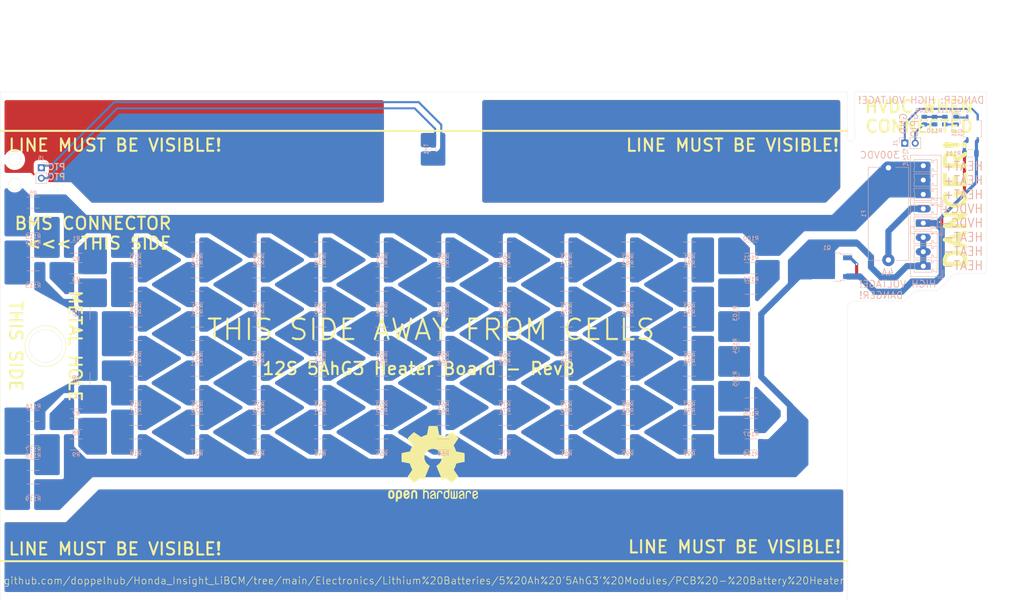
<source format=kicad_pcb>
(kicad_pcb (version 20171130) (host pcbnew "(5.1.9-0-10_14)")
  (layers (0 F.Cu signal hide) (31 B.Cu signal) (34 B.Paste user hide) (35 F.Paste user hide) (36 B.SilkS user) (37 F.SilkS user hide) (38 B.Mask user hide) (39 F.Mask user hide) (44 Edge.Cuts user))
  (net 0 "")
  (net 1 /HVDC_POS)
  (net 2 /HVDC_NEG)
  (net 3 "Net-(R1-Pad2)")
  (net 4 "Net-(R2-Pad2)")
  (net 5 "Net-(R3-Pad2)")
  (net 6 "Net-(R6-Pad2)")
  (net 7 "Net-(R7-Pad2)")
  (net 8 "Net-(R8-Pad2)")
  (net 9 "Net-(R10-Pad2)")
  (net 10 "Net-(R11-Pad2)")
  (net 11 "Net-(R12-Pad2)")
  (net 12 "Net-(R13-Pad2)")
  (net 13 "Net-(R14-Pad2)")
  (net 14 "Net-(R15-Pad2)")
  (net 15 "Net-(R16-Pad2)")
  (net 16 "Net-(R17-Pad2)")
  (net 17 "Net-(R19-Pad2)")
  (net 18 "Net-(R20-Pad2)")
  (net 19 "Net-(R21-Pad2)")
  (net 20 "Net-(R22-Pad2)")
  (net 21 "Net-(R23-Pad2)")
  (net 22 "Net-(R24-Pad2)")
  (net 23 "Net-(R25-Pad2)")
  (net 24 "Net-(R26-Pad2)")
  (net 25 "Net-(R28-Pad2)")
  (net 26 "Net-(R29-Pad2)")
  (net 27 "Net-(R30-Pad2)")
  (net 28 "Net-(R31-Pad2)")
  (net 29 "Net-(R32-Pad2)")
  (net 30 "Net-(R33-Pad2)")
  (net 31 "Net-(R34-Pad2)")
  (net 32 "Net-(R35-Pad2)")
  (net 33 "Net-(R37-Pad2)")
  (net 34 "Net-(R38-Pad2)")
  (net 35 "Net-(R39-Pad2)")
  (net 36 "Net-(R40-Pad2)")
  (net 37 "Net-(R41-Pad2)")
  (net 38 "Net-(R42-Pad2)")
  (net 39 "Net-(R43-Pad2)")
  (net 40 "Net-(R44-Pad2)")
  (net 41 "Net-(R46-Pad2)")
  (net 42 "Net-(R47-Pad2)")
  (net 43 "Net-(R48-Pad2)")
  (net 44 "Net-(R49-Pad2)")
  (net 45 "Net-(R50-Pad2)")
  (net 46 "Net-(R51-Pad2)")
  (net 47 "Net-(R52-Pad2)")
  (net 48 "Net-(R53-Pad2)")
  (net 49 "Net-(R55-Pad2)")
  (net 50 "Net-(R56-Pad2)")
  (net 51 "Net-(R57-Pad2)")
  (net 52 "Net-(R58-Pad2)")
  (net 53 "Net-(R59-Pad2)")
  (net 54 "Net-(R60-Pad2)")
  (net 55 "Net-(R61-Pad2)")
  (net 56 "Net-(R62-Pad2)")
  (net 57 "Net-(R64-Pad2)")
  (net 58 "Net-(R65-Pad2)")
  (net 59 "Net-(R66-Pad2)")
  (net 60 "Net-(R67-Pad2)")
  (net 61 "Net-(R68-Pad2)")
  (net 62 "Net-(R69-Pad2)")
  (net 63 "Net-(R70-Pad2)")
  (net 64 "Net-(R71-Pad2)")
  (net 65 "Net-(R73-Pad2)")
  (net 66 "Net-(R74-Pad2)")
  (net 67 "Net-(R75-Pad2)")
  (net 68 "Net-(R76-Pad2)")
  (net 69 "Net-(R77-Pad2)")
  (net 70 "Net-(R78-Pad2)")
  (net 71 "Net-(R79-Pad2)")
  (net 72 "Net-(R80-Pad2)")
  (net 73 "Net-(R82-Pad2)")
  (net 74 "Net-(R83-Pad2)")
  (net 75 "Net-(R84-Pad2)")
  (net 76 "Net-(R85-Pad2)")
  (net 77 "Net-(R86-Pad2)")
  (net 78 "Net-(R87-Pad2)")
  (net 79 "Net-(R88-Pad2)")
  (net 80 "Net-(R89-Pad2)")
  (net 81 "Net-(R91-Pad2)")
  (net 82 "Net-(R92-Pad2)")
  (net 83 "Net-(R93-Pad2)")
  (net 84 "Net-(R94-Pad2)")
  (net 85 "Net-(R95-Pad2)")
  (net 86 "Net-(R96-Pad2)")
  (net 87 "Net-(R97-Pad2)")
  (net 88 "Net-(R98-Pad2)")
  (net 89 "Net-(R100-Pad2)")
  (net 90 "Net-(R101-Pad2)")
  (net 91 "Net-(R102-Pad2)")
  (net 92 "Net-(R103-Pad2)")
  (net 93 "Net-(R104-Pad2)")
  (net 94 "Net-(R105-Pad2)")
  (net 95 "Net-(R106-Pad2)")
  (net 96 "Net-(R107-Pad2)")
  (net 97 /LEDn)
  (net 98 /LEDp)
  (net 99 /HVDC_POS_UNFUSED)
  (net 100 /GND_SAFE)
  (net 101 /GPIO)
  (net 102 /HVDC_NEG_SWITCHED)
  (net 103 /Q1_GATE)
  (net 104 /GPIO_L1)
  (net 105 "Net-(R113-Pad1)")
  (net 106 "Net-(R113-Pad2)")
  (net 107 "Net-(R114-Pad2)")
  (net 108 "Net-(R115-Pad2)")
  (net 109 "Net-(R116-Pad2)")
  (net 110 "Net-(R117-Pad2)")
  (net 111 "Net-(R118-Pad2)")
  (net 112 /TEMP_NEG)
  (net 113 /TEMP_POS)
  (module Symbol:OSHW-Logo2_24.3x20mm_SilkScreen (layer F.Cu) (at 179.5 164.75)
    (fp_text reference REF** hide)
    (fp_text value OSHW-Logo2_24.3x20mm_SilkScreen hide)
  )
  (module Resistor_SMD:R_2010_5025Metric (layer B.Cu) (at 92.5 117 180)
    (fp_text reference R2 (at 0 2.28) (layer B.SilkS) (effects (justify mirror)))
    (fp_text value 2k2)
    (pad 2 smd roundrect (at 2.3125 0 180) (size 1.225 2.65) (layers B.Cu B.Paste B.Mask) (roundrect_rratio 0.2040808163265306) (net 4 "Net-(R2-Pad2)"))
    (pad 1 smd roundrect (at -2.3125 0 180) (size 1.225 2.65) (layers B.Cu B.Paste B.Mask) (roundrect_rratio 0.2040808163265306) (net 3 "Net-(R1-Pad2)"))
  )
  (module Resistor_SMD:R_2010_5025Metric (layer B.Cu) (at 94.5 144 270)
    (fp_text reference R6 (at 0 2.28 270) (layer B.SilkS) (effects (justify mirror)))
    (fp_text value 2k2)
    (pad 2 smd roundrect (at 2.3125 0 270) (size 1.225 2.65) (layers B.Cu B.Paste B.Mask) (roundrect_rratio 0.2040808163265306) (net 6 "Net-(R6-Pad2)"))
    (pad 1 smd roundrect (at -2.3125 0 270) (size 1.225 2.65) (layers B.Cu B.Paste B.Mask) (roundrect_rratio 0.2040808163265306) (net 108 "Net-(R115-Pad2)"))
  )
  (module Resistor_SMD:R_2010_5025Metric (layer B.Cu) (at 107 124)
    (fp_text reference R12 (at 0 2.28) (layer B.SilkS) (effects (justify mirror)))
    (fp_text value 2k2)
    (pad 2 smd roundrect (at 2.3125 0) (size 1.225 2.65) (layers B.Cu B.Paste B.Mask) (roundrect_rratio 0.2040808163265306) (net 11 "Net-(R12-Pad2)"))
    (pad 1 smd roundrect (at -2.3125 0) (size 1.225 2.65) (layers B.Cu B.Paste B.Mask) (roundrect_rratio 0.2040808163265306) (net 10 "Net-(R11-Pad2)"))
  )
  (module Resistor_SMD:R_2010_5025Metric (layer B.Cu) (at 122 118 180)
    (fp_text reference R20 (at 0 2.28) (layer B.SilkS) (effects (justify mirror)))
    (fp_text value 2k2)
    (pad 2 smd roundrect (at 2.3125 0 180) (size 1.225 2.65) (layers B.Cu B.Paste B.Mask) (roundrect_rratio 0.2040808163265306) (net 18 "Net-(R20-Pad2)"))
    (pad 1 smd roundrect (at -2.3125 0 180) (size 1.225 2.65) (layers B.Cu B.Paste B.Mask) (roundrect_rratio 0.2040808163265306) (net 17 "Net-(R19-Pad2)"))
  )
  (module Resistor_SMD:R_2010_5025Metric (layer B.Cu) (at 137 118 180)
    (fp_text reference R29 (at 0 2.28) (layer B.SilkS) (effects (justify mirror)))
    (fp_text value 2k2)
    (pad 1 smd roundrect (at -2.3125 0 180) (size 1.225 2.65) (layers B.Cu B.Paste B.Mask) (roundrect_rratio 0.2040808163265306) (net 25 "Net-(R28-Pad2)"))
    (pad 2 smd roundrect (at 2.3125 0 180) (size 1.225 2.65) (layers B.Cu B.Paste B.Mask) (roundrect_rratio 0.2040808163265306) (net 26 "Net-(R29-Pad2)"))
  )
  (module Resistor_SMD:R_2010_5025Metric (layer B.Cu) (at 152 130 180)
    (fp_text reference R40 (at 0 2.28) (layer B.SilkS) (effects (justify mirror)))
    (fp_text value 2k2)
    (pad 2 smd roundrect (at 2.3125 0 180) (size 1.225 2.65) (layers B.Cu B.Paste B.Mask) (roundrect_rratio 0.2040808163265306) (net 36 "Net-(R40-Pad2)"))
    (pad 1 smd roundrect (at -2.3125 0 180) (size 1.225 2.65) (layers B.Cu B.Paste B.Mask) (roundrect_rratio 0.2040808163265306) (net 35 "Net-(R39-Pad2)"))
  )
  (module Resistor_SMD:R_2010_5025Metric (layer B.Cu) (at 167 154 180)
    (fp_text reference R53 (at 0 2.28) (layer B.SilkS) (effects (justify mirror)))
    (fp_text value 2k2)
    (pad 1 smd roundrect (at -2.3125 0 180) (size 1.225 2.65) (layers B.Cu B.Paste B.Mask) (roundrect_rratio 0.2040808163265306) (net 47 "Net-(R52-Pad2)"))
    (pad 2 smd roundrect (at 2.3125 0 180) (size 1.225 2.65) (layers B.Cu B.Paste B.Mask) (roundrect_rratio 0.2040808163265306) (net 48 "Net-(R53-Pad2)"))
  )
  (module Resistor_SMD:R_2010_5025Metric (layer B.Cu) (at 197 130 180)
    (fp_text reference R67 (at 0 2.28) (layer B.SilkS) (effects (justify mirror)))
    (fp_text value 2k2)
    (pad 1 smd roundrect (at -2.3125 0 180) (size 1.225 2.65) (layers B.Cu B.Paste B.Mask) (roundrect_rratio 0.2040808163265306) (net 59 "Net-(R66-Pad2)"))
    (pad 2 smd roundrect (at 2.3125 0 180) (size 1.225 2.65) (layers B.Cu B.Paste B.Mask) (roundrect_rratio 0.2040808163265306) (net 60 "Net-(R67-Pad2)"))
  )
  (module Resistor_SMD:R_2010_5025Metric (layer B.Cu) (at 242 136)
    (fp_text reference R95 (at 0 2.28) (layer B.SilkS) (effects (justify mirror)))
    (fp_text value 2k2)
    (pad 1 smd roundrect (at -2.3125 0) (size 1.225 2.65) (layers B.Cu B.Paste B.Mask) (roundrect_rratio 0.2040808163265306) (net 84 "Net-(R94-Pad2)"))
    (pad 2 smd roundrect (at 2.3125 0) (size 1.225 2.65) (layers B.Cu B.Paste B.Mask) (roundrect_rratio 0.2040808163265306) (net 85 "Net-(R95-Pad2)"))
  )
  (module Resistor_SMD:R_2010_5025Metric (layer B.Cu) (at 92.5 112)
    (fp_text reference R1 (at 0 -2.25) (layer B.SilkS) (effects (justify mirror)))
    (fp_text value 2k2)
    (pad 1 smd roundrect (at -2.3125 0) (size 1.225 2.65) (layers B.Cu B.Paste B.Mask) (roundrect_rratio 0.2040808163265306) (net 1 /HVDC_POS))
    (pad 2 smd roundrect (at 2.3125 0) (size 1.225 2.65) (layers B.Cu B.Paste B.Mask) (roundrect_rratio 0.2040808163265306) (net 3 "Net-(R1-Pad2)"))
  )
  (module Resistor_SMD:R_2010_5025Metric (layer B.Cu) (at 92.5 122)
    (fp_text reference R3 (at 0 -2.25) (layer B.SilkS) (effects (justify mirror)))
    (fp_text value 2k2)
    (pad 1 smd roundrect (at -2.3125 0) (size 1.225 2.65) (layers B.Cu B.Paste B.Mask) (roundrect_rratio 0.2040808163265306) (net 4 "Net-(R2-Pad2)"))
    (pad 2 smd roundrect (at 2.3125 0) (size 1.225 2.65) (layers B.Cu B.Paste B.Mask) (roundrect_rratio 0.2040808163265306) (net 5 "Net-(R3-Pad2)"))
  )
  (module Resistor_SMD:R_2010_5025Metric (layer B.Cu) (at 94.5 128 270)
    (fp_text reference R4 (at 0 2.28 270) (layer B.SilkS) (effects (justify mirror)))
    (fp_text value 2k2)
    (pad 2 smd roundrect (at 2.3125 0 270) (size 1.225 2.65) (layers B.Cu B.Paste B.Mask) (roundrect_rratio 0.2040808163265306) (net 108 "Net-(R115-Pad2)"))
    (pad 1 smd roundrect (at -2.3125 0 270) (size 1.225 2.65) (layers B.Cu B.Paste B.Mask) (roundrect_rratio 0.2040808163265306) (net 5 "Net-(R3-Pad2)"))
  )
  (module Resistor_SMD:R_2010_5025Metric (layer B.Cu) (at 92.5 150 180)
    (fp_text reference R7 (at 0 -2.5) (layer B.SilkS) (effects (justify mirror)))
    (fp_text value 2k2)
    (pad 1 smd roundrect (at -2.3125 0 180) (size 1.225 2.65) (layers B.Cu B.Paste B.Mask) (roundrect_rratio 0.2040808163265306) (net 6 "Net-(R6-Pad2)"))
    (pad 2 smd roundrect (at 2.3125 0 180) (size 1.225 2.65) (layers B.Cu B.Paste B.Mask) (roundrect_rratio 0.2040808163265306) (net 7 "Net-(R7-Pad2)"))
  )
  (module Resistor_SMD:R_2010_5025Metric (layer B.Cu) (at 92.5 155)
    (fp_text reference R8 (at 0 2.28) (layer B.SilkS) (effects (justify mirror)))
    (fp_text value 2k2)
    (pad 2 smd roundrect (at 2.3125 0) (size 1.225 2.65) (layers B.Cu B.Paste B.Mask) (roundrect_rratio 0.2040808163265306) (net 8 "Net-(R8-Pad2)"))
    (pad 1 smd roundrect (at -2.3125 0) (size 1.225 2.65) (layers B.Cu B.Paste B.Mask) (roundrect_rratio 0.2040808163265306) (net 7 "Net-(R7-Pad2)"))
  )
  (module Resistor_SMD:R_2010_5025Metric (layer B.Cu) (at 92.5 160 180)
    (fp_text reference R9 (at 0 -2.5) (layer B.SilkS) (effects (justify mirror)))
    (fp_text value 2k2)
    (pad 1 smd roundrect (at -2.3125 0 180) (size 1.225 2.65) (layers B.Cu B.Paste B.Mask) (roundrect_rratio 0.2040808163265306) (net 8 "Net-(R8-Pad2)"))
    (pad 2 smd roundrect (at 2.3125 0 180) (size 1.225 2.65) (layers B.Cu B.Paste B.Mask) (roundrect_rratio 0.2040808163265306) (net 102 /HVDC_NEG_SWITCHED))
  )
  (module Resistor_SMD:R_2010_5025Metric (layer B.Cu) (at 107 112)
    (fp_text reference R10 (at 0 2.28) (layer B.SilkS) (effects (justify mirror)))
    (fp_text value 2k2)
    (pad 2 smd roundrect (at 2.3125 0) (size 1.225 2.65) (layers B.Cu B.Paste B.Mask) (roundrect_rratio 0.2040808163265306) (net 9 "Net-(R10-Pad2)"))
    (pad 1 smd roundrect (at -2.3125 0) (size 1.225 2.65) (layers B.Cu B.Paste B.Mask) (roundrect_rratio 0.2040808163265306) (net 1 /HVDC_POS))
  )
  (module Resistor_SMD:R_2010_5025Metric (layer B.Cu) (at 107 118 180)
    (fp_text reference R11 (at 0 2.28) (layer B.SilkS) (effects (justify mirror)))
    (fp_text value 2k2)
    (pad 1 smd roundrect (at -2.3125 0 180) (size 1.225 2.65) (layers B.Cu B.Paste B.Mask) (roundrect_rratio 0.2040808163265306) (net 9 "Net-(R10-Pad2)"))
    (pad 2 smd roundrect (at 2.3125 0 180) (size 1.225 2.65) (layers B.Cu B.Paste B.Mask) (roundrect_rratio 0.2040808163265306) (net 10 "Net-(R11-Pad2)"))
  )
  (module Resistor_SMD:R_2010_5025Metric (layer B.Cu) (at 107 130 180)
    (fp_text reference R13 (at 0 2.28) (layer B.SilkS) (effects (justify mirror)))
    (fp_text value 2k2)
    (pad 1 smd roundrect (at -2.3125 0 180) (size 1.225 2.65) (layers B.Cu B.Paste B.Mask) (roundrect_rratio 0.2040808163265306) (net 11 "Net-(R12-Pad2)"))
    (pad 2 smd roundrect (at 2.3125 0 180) (size 1.225 2.65) (layers B.Cu B.Paste B.Mask) (roundrect_rratio 0.2040808163265306) (net 12 "Net-(R13-Pad2)"))
  )
  (module Resistor_SMD:R_2010_5025Metric (layer B.Cu) (at 107 136)
    (fp_text reference R14 (at 0 2.28) (layer B.SilkS) (effects (justify mirror)))
    (fp_text value 2k2)
    (pad 2 smd roundrect (at 2.3125 0) (size 1.225 2.65) (layers B.Cu B.Paste B.Mask) (roundrect_rratio 0.2040808163265306) (net 13 "Net-(R14-Pad2)"))
    (pad 1 smd roundrect (at -2.3125 0) (size 1.225 2.65) (layers B.Cu B.Paste B.Mask) (roundrect_rratio 0.2040808163265306) (net 12 "Net-(R13-Pad2)"))
  )
  (module Resistor_SMD:R_2010_5025Metric (layer B.Cu) (at 107 142 180)
    (fp_text reference R15 (at 0 2.28) (layer B.SilkS) (effects (justify mirror)))
    (fp_text value 2k2)
    (pad 1 smd roundrect (at -2.3125 0 180) (size 1.225 2.65) (layers B.Cu B.Paste B.Mask) (roundrect_rratio 0.2040808163265306) (net 13 "Net-(R14-Pad2)"))
    (pad 2 smd roundrect (at 2.3125 0 180) (size 1.225 2.65) (layers B.Cu B.Paste B.Mask) (roundrect_rratio 0.2040808163265306) (net 14 "Net-(R15-Pad2)"))
  )
  (module Resistor_SMD:R_2010_5025Metric (layer B.Cu) (at 107 148)
    (fp_text reference R16 (at 0 2.28) (layer B.SilkS) (effects (justify mirror)))
    (fp_text value 2k2)
    (pad 2 smd roundrect (at 2.3125 0) (size 1.225 2.65) (layers B.Cu B.Paste B.Mask) (roundrect_rratio 0.2040808163265306) (net 15 "Net-(R16-Pad2)"))
    (pad 1 smd roundrect (at -2.3125 0) (size 1.225 2.65) (layers B.Cu B.Paste B.Mask) (roundrect_rratio 0.2040808163265306) (net 14 "Net-(R15-Pad2)"))
  )
  (module Resistor_SMD:R_2010_5025Metric (layer B.Cu) (at 107 154 180)
    (fp_text reference R17 (at 0 2.28) (layer B.SilkS) (effects (justify mirror)))
    (fp_text value 2k2)
    (pad 1 smd roundrect (at -2.3125 0 180) (size 1.225 2.65) (layers B.Cu B.Paste B.Mask) (roundrect_rratio 0.2040808163265306) (net 15 "Net-(R16-Pad2)"))
    (pad 2 smd roundrect (at 2.3125 0 180) (size 1.225 2.65) (layers B.Cu B.Paste B.Mask) (roundrect_rratio 0.2040808163265306) (net 16 "Net-(R17-Pad2)"))
  )
  (module Resistor_SMD:R_2010_5025Metric (layer B.Cu) (at 107 160)
    (fp_text reference R18 (at 0 2.28) (layer B.SilkS) (effects (justify mirror)))
    (fp_text value 2k2)
    (pad 2 smd roundrect (at 2.3125 0) (size 1.225 2.65) (layers B.Cu B.Paste B.Mask) (roundrect_rratio 0.2040808163265306) (net 102 /HVDC_NEG_SWITCHED))
    (pad 1 smd roundrect (at -2.3125 0) (size 1.225 2.65) (layers B.Cu B.Paste B.Mask) (roundrect_rratio 0.2040808163265306) (net 16 "Net-(R17-Pad2)"))
  )
  (module Resistor_SMD:R_2010_5025Metric (layer B.Cu) (at 122 112)
    (fp_text reference R19 (at 0 2.28) (layer B.SilkS) (effects (justify mirror)))
    (fp_text value 2k2)
    (pad 1 smd roundrect (at -2.3125 0) (size 1.225 2.65) (layers B.Cu B.Paste B.Mask) (roundrect_rratio 0.2040808163265306) (net 1 /HVDC_POS))
    (pad 2 smd roundrect (at 2.3125 0) (size 1.225 2.65) (layers B.Cu B.Paste B.Mask) (roundrect_rratio 0.2040808163265306) (net 17 "Net-(R19-Pad2)"))
  )
  (module Resistor_SMD:R_2010_5025Metric (layer B.Cu) (at 122 124)
    (fp_text reference R21 (at 0 2.28) (layer B.SilkS) (effects (justify mirror)))
    (fp_text value 2k2)
    (pad 1 smd roundrect (at -2.3125 0) (size 1.225 2.65) (layers B.Cu B.Paste B.Mask) (roundrect_rratio 0.2040808163265306) (net 18 "Net-(R20-Pad2)"))
    (pad 2 smd roundrect (at 2.3125 0) (size 1.225 2.65) (layers B.Cu B.Paste B.Mask) (roundrect_rratio 0.2040808163265306) (net 19 "Net-(R21-Pad2)"))
  )
  (module Resistor_SMD:R_2010_5025Metric (layer B.Cu) (at 122 130 180)
    (fp_text reference R22 (at 0 2.28) (layer B.SilkS) (effects (justify mirror)))
    (fp_text value 2k2)
    (pad 2 smd roundrect (at 2.3125 0 180) (size 1.225 2.65) (layers B.Cu B.Paste B.Mask) (roundrect_rratio 0.2040808163265306) (net 20 "Net-(R22-Pad2)"))
    (pad 1 smd roundrect (at -2.3125 0 180) (size 1.225 2.65) (layers B.Cu B.Paste B.Mask) (roundrect_rratio 0.2040808163265306) (net 19 "Net-(R21-Pad2)"))
  )
  (module Resistor_SMD:R_2010_5025Metric (layer B.Cu) (at 122 136)
    (fp_text reference R23 (at 0 2.28) (layer B.SilkS) (effects (justify mirror)))
    (fp_text value 2k2)
    (pad 1 smd roundrect (at -2.3125 0) (size 1.225 2.65) (layers B.Cu B.Paste B.Mask) (roundrect_rratio 0.2040808163265306) (net 20 "Net-(R22-Pad2)"))
    (pad 2 smd roundrect (at 2.3125 0) (size 1.225 2.65) (layers B.Cu B.Paste B.Mask) (roundrect_rratio 0.2040808163265306) (net 21 "Net-(R23-Pad2)"))
  )
  (module Resistor_SMD:R_2010_5025Metric (layer B.Cu) (at 122 142 180)
    (fp_text reference R24 (at 0 2.28) (layer B.SilkS) (effects (justify mirror)))
    (fp_text value 2k2)
    (pad 2 smd roundrect (at 2.3125 0 180) (size 1.225 2.65) (layers B.Cu B.Paste B.Mask) (roundrect_rratio 0.2040808163265306) (net 22 "Net-(R24-Pad2)"))
    (pad 1 smd roundrect (at -2.3125 0 180) (size 1.225 2.65) (layers B.Cu B.Paste B.Mask) (roundrect_rratio 0.2040808163265306) (net 21 "Net-(R23-Pad2)"))
  )
  (module Resistor_SMD:R_2010_5025Metric (layer B.Cu) (at 122 148)
    (fp_text reference R25 (at 0 2.28) (layer B.SilkS) (effects (justify mirror)))
    (fp_text value 2k2)
    (pad 1 smd roundrect (at -2.3125 0) (size 1.225 2.65) (layers B.Cu B.Paste B.Mask) (roundrect_rratio 0.2040808163265306) (net 22 "Net-(R24-Pad2)"))
    (pad 2 smd roundrect (at 2.3125 0) (size 1.225 2.65) (layers B.Cu B.Paste B.Mask) (roundrect_rratio 0.2040808163265306) (net 23 "Net-(R25-Pad2)"))
  )
  (module Resistor_SMD:R_2010_5025Metric (layer B.Cu) (at 122 154 180)
    (fp_text reference R26 (at 0 2.28) (layer B.SilkS) (effects (justify mirror)))
    (fp_text value 2k2)
    (pad 2 smd roundrect (at 2.3125 0 180) (size 1.225 2.65) (layers B.Cu B.Paste B.Mask) (roundrect_rratio 0.2040808163265306) (net 24 "Net-(R26-Pad2)"))
    (pad 1 smd roundrect (at -2.3125 0 180) (size 1.225 2.65) (layers B.Cu B.Paste B.Mask) (roundrect_rratio 0.2040808163265306) (net 23 "Net-(R25-Pad2)"))
  )
  (module Resistor_SMD:R_2010_5025Metric (layer B.Cu) (at 122 160)
    (fp_text reference R27 (at 0 2.28) (layer B.SilkS) (effects (justify mirror)))
    (fp_text value 2k2)
    (pad 1 smd roundrect (at -2.3125 0) (size 1.225 2.65) (layers B.Cu B.Paste B.Mask) (roundrect_rratio 0.2040808163265306) (net 24 "Net-(R26-Pad2)"))
    (pad 2 smd roundrect (at 2.3125 0) (size 1.225 2.65) (layers B.Cu B.Paste B.Mask) (roundrect_rratio 0.2040808163265306) (net 102 /HVDC_NEG_SWITCHED))
  )
  (module Resistor_SMD:R_2010_5025Metric (layer B.Cu) (at 137 112)
    (fp_text reference R28 (at 0 2.28) (layer B.SilkS) (effects (justify mirror)))
    (fp_text value 2k2)
    (pad 2 smd roundrect (at 2.3125 0) (size 1.225 2.65) (layers B.Cu B.Paste B.Mask) (roundrect_rratio 0.2040808163265306) (net 25 "Net-(R28-Pad2)"))
    (pad 1 smd roundrect (at -2.3125 0) (size 1.225 2.65) (layers B.Cu B.Paste B.Mask) (roundrect_rratio 0.2040808163265306) (net 1 /HVDC_POS))
  )
  (module Resistor_SMD:R_2010_5025Metric (layer B.Cu) (at 137 124)
    (fp_text reference R30 (at 0 2.28) (layer B.SilkS) (effects (justify mirror)))
    (fp_text value 2k2)
    (pad 2 smd roundrect (at 2.3125 0) (size 1.225 2.65) (layers B.Cu B.Paste B.Mask) (roundrect_rratio 0.2040808163265306) (net 27 "Net-(R30-Pad2)"))
    (pad 1 smd roundrect (at -2.3125 0) (size 1.225 2.65) (layers B.Cu B.Paste B.Mask) (roundrect_rratio 0.2040808163265306) (net 26 "Net-(R29-Pad2)"))
  )
  (module Resistor_SMD:R_2010_5025Metric (layer B.Cu) (at 137 130 180)
    (fp_text reference R31 (at 0 2.28) (layer B.SilkS) (effects (justify mirror)))
    (fp_text value 2k2)
    (pad 1 smd roundrect (at -2.3125 0 180) (size 1.225 2.65) (layers B.Cu B.Paste B.Mask) (roundrect_rratio 0.2040808163265306) (net 27 "Net-(R30-Pad2)"))
    (pad 2 smd roundrect (at 2.3125 0 180) (size 1.225 2.65) (layers B.Cu B.Paste B.Mask) (roundrect_rratio 0.2040808163265306) (net 28 "Net-(R31-Pad2)"))
  )
  (module Resistor_SMD:R_2010_5025Metric (layer B.Cu) (at 137 136)
    (fp_text reference R32 (at 0 2.28) (layer B.SilkS) (effects (justify mirror)))
    (fp_text value 2k2)
    (pad 2 smd roundrect (at 2.3125 0) (size 1.225 2.65) (layers B.Cu B.Paste B.Mask) (roundrect_rratio 0.2040808163265306) (net 29 "Net-(R32-Pad2)"))
    (pad 1 smd roundrect (at -2.3125 0) (size 1.225 2.65) (layers B.Cu B.Paste B.Mask) (roundrect_rratio 0.2040808163265306) (net 28 "Net-(R31-Pad2)"))
  )
  (module Resistor_SMD:R_2010_5025Metric (layer B.Cu) (at 137 142 180)
    (fp_text reference R33 (at 0 2.28) (layer B.SilkS) (effects (justify mirror)))
    (fp_text value 2k2)
    (pad 1 smd roundrect (at -2.3125 0 180) (size 1.225 2.65) (layers B.Cu B.Paste B.Mask) (roundrect_rratio 0.2040808163265306) (net 29 "Net-(R32-Pad2)"))
    (pad 2 smd roundrect (at 2.3125 0 180) (size 1.225 2.65) (layers B.Cu B.Paste B.Mask) (roundrect_rratio 0.2040808163265306) (net 30 "Net-(R33-Pad2)"))
  )
  (module Resistor_SMD:R_2010_5025Metric (layer B.Cu) (at 137 148)
    (fp_text reference R34 (at 0 2.28) (layer B.SilkS) (effects (justify mirror)))
    (fp_text value 2k2)
    (pad 2 smd roundrect (at 2.3125 0) (size 1.225 2.65) (layers B.Cu B.Paste B.Mask) (roundrect_rratio 0.2040808163265306) (net 31 "Net-(R34-Pad2)"))
    (pad 1 smd roundrect (at -2.3125 0) (size 1.225 2.65) (layers B.Cu B.Paste B.Mask) (roundrect_rratio 0.2040808163265306) (net 30 "Net-(R33-Pad2)"))
  )
  (module Resistor_SMD:R_2010_5025Metric (layer B.Cu) (at 137 154 180)
    (fp_text reference R35 (at 0 2.28) (layer B.SilkS) (effects (justify mirror)))
    (fp_text value 2k2)
    (pad 1 smd roundrect (at -2.3125 0 180) (size 1.225 2.65) (layers B.Cu B.Paste B.Mask) (roundrect_rratio 0.2040808163265306) (net 31 "Net-(R34-Pad2)"))
    (pad 2 smd roundrect (at 2.3125 0 180) (size 1.225 2.65) (layers B.Cu B.Paste B.Mask) (roundrect_rratio 0.2040808163265306) (net 32 "Net-(R35-Pad2)"))
  )
  (module Resistor_SMD:R_2010_5025Metric (layer B.Cu) (at 137 160)
    (fp_text reference R36 (at 0 2.28) (layer B.SilkS) (effects (justify mirror)))
    (fp_text value 2k2)
    (pad 2 smd roundrect (at 2.3125 0) (size 1.225 2.65) (layers B.Cu B.Paste B.Mask) (roundrect_rratio 0.2040808163265306) (net 102 /HVDC_NEG_SWITCHED))
    (pad 1 smd roundrect (at -2.3125 0) (size 1.225 2.65) (layers B.Cu B.Paste B.Mask) (roundrect_rratio 0.2040808163265306) (net 32 "Net-(R35-Pad2)"))
  )
  (module Resistor_SMD:R_2010_5025Metric (layer B.Cu) (at 152 112)
    (fp_text reference R37 (at 0 2.28) (layer B.SilkS) (effects (justify mirror)))
    (fp_text value 2k2)
    (pad 1 smd roundrect (at -2.3125 0) (size 1.225 2.65) (layers B.Cu B.Paste B.Mask) (roundrect_rratio 0.2040808163265306) (net 1 /HVDC_POS))
    (pad 2 smd roundrect (at 2.3125 0) (size 1.225 2.65) (layers B.Cu B.Paste B.Mask) (roundrect_rratio 0.2040808163265306) (net 33 "Net-(R37-Pad2)"))
  )
  (module Resistor_SMD:R_2010_5025Metric (layer B.Cu) (at 152 118 180)
    (fp_text reference R38 (at 0 2.28) (layer B.SilkS) (effects (justify mirror)))
    (fp_text value 2k2)
    (pad 2 smd roundrect (at 2.3125 0 180) (size 1.225 2.65) (layers B.Cu B.Paste B.Mask) (roundrect_rratio 0.2040808163265306) (net 34 "Net-(R38-Pad2)"))
    (pad 1 smd roundrect (at -2.3125 0 180) (size 1.225 2.65) (layers B.Cu B.Paste B.Mask) (roundrect_rratio 0.2040808163265306) (net 33 "Net-(R37-Pad2)"))
  )
  (module Resistor_SMD:R_2010_5025Metric (layer B.Cu) (at 152 124)
    (fp_text reference R39 (at 0 2.28) (layer B.SilkS) (effects (justify mirror)))
    (fp_text value 2k2)
    (pad 1 smd roundrect (at -2.3125 0) (size 1.225 2.65) (layers B.Cu B.Paste B.Mask) (roundrect_rratio 0.2040808163265306) (net 34 "Net-(R38-Pad2)"))
    (pad 2 smd roundrect (at 2.3125 0) (size 1.225 2.65) (layers B.Cu B.Paste B.Mask) (roundrect_rratio 0.2040808163265306) (net 35 "Net-(R39-Pad2)"))
  )
  (module Resistor_SMD:R_2010_5025Metric (layer B.Cu) (at 152 136)
    (fp_text reference R41 (at 0 2.28) (layer B.SilkS) (effects (justify mirror)))
    (fp_text value 2k2)
    (pad 1 smd roundrect (at -2.3125 0) (size 1.225 2.65) (layers B.Cu B.Paste B.Mask) (roundrect_rratio 0.2040808163265306) (net 36 "Net-(R40-Pad2)"))
    (pad 2 smd roundrect (at 2.3125 0) (size 1.225 2.65) (layers B.Cu B.Paste B.Mask) (roundrect_rratio 0.2040808163265306) (net 37 "Net-(R41-Pad2)"))
  )
  (module Resistor_SMD:R_2010_5025Metric (layer B.Cu) (at 152 142 180)
    (fp_text reference R42 (at 0 2.28) (layer B.SilkS) (effects (justify mirror)))
    (fp_text value 2k2)
    (pad 2 smd roundrect (at 2.3125 0 180) (size 1.225 2.65) (layers B.Cu B.Paste B.Mask) (roundrect_rratio 0.2040808163265306) (net 38 "Net-(R42-Pad2)"))
    (pad 1 smd roundrect (at -2.3125 0 180) (size 1.225 2.65) (layers B.Cu B.Paste B.Mask) (roundrect_rratio 0.2040808163265306) (net 37 "Net-(R41-Pad2)"))
  )
  (module Resistor_SMD:R_2010_5025Metric (layer B.Cu) (at 152 148)
    (fp_text reference R43 (at 0 2.28) (layer B.SilkS) (effects (justify mirror)))
    (fp_text value 2k2)
    (pad 1 smd roundrect (at -2.3125 0) (size 1.225 2.65) (layers B.Cu B.Paste B.Mask) (roundrect_rratio 0.2040808163265306) (net 38 "Net-(R42-Pad2)"))
    (pad 2 smd roundrect (at 2.3125 0) (size 1.225 2.65) (layers B.Cu B.Paste B.Mask) (roundrect_rratio 0.2040808163265306) (net 39 "Net-(R43-Pad2)"))
  )
  (module Resistor_SMD:R_2010_5025Metric (layer B.Cu) (at 152 154 180)
    (fp_text reference R44 (at 0 2.28) (layer B.SilkS) (effects (justify mirror)))
    (fp_text value 2k2)
    (pad 2 smd roundrect (at 2.3125 0 180) (size 1.225 2.65) (layers B.Cu B.Paste B.Mask) (roundrect_rratio 0.2040808163265306) (net 40 "Net-(R44-Pad2)"))
    (pad 1 smd roundrect (at -2.3125 0 180) (size 1.225 2.65) (layers B.Cu B.Paste B.Mask) (roundrect_rratio 0.2040808163265306) (net 39 "Net-(R43-Pad2)"))
  )
  (module Resistor_SMD:R_2010_5025Metric (layer B.Cu) (at 152 160)
    (fp_text reference R45 (at 0 2.28) (layer B.SilkS) (effects (justify mirror)))
    (fp_text value 2k2)
    (pad 1 smd roundrect (at -2.3125 0) (size 1.225 2.65) (layers B.Cu B.Paste B.Mask) (roundrect_rratio 0.2040808163265306) (net 40 "Net-(R44-Pad2)"))
    (pad 2 smd roundrect (at 2.3125 0) (size 1.225 2.65) (layers B.Cu B.Paste B.Mask) (roundrect_rratio 0.2040808163265306) (net 102 /HVDC_NEG_SWITCHED))
  )
  (module Resistor_SMD:R_2010_5025Metric (layer B.Cu) (at 167 112)
    (fp_text reference R46 (at 0 2.28) (layer B.SilkS) (effects (justify mirror)))
    (fp_text value 2k2)
    (pad 2 smd roundrect (at 2.3125 0) (size 1.225 2.65) (layers B.Cu B.Paste B.Mask) (roundrect_rratio 0.2040808163265306) (net 41 "Net-(R46-Pad2)"))
    (pad 1 smd roundrect (at -2.3125 0) (size 1.225 2.65) (layers B.Cu B.Paste B.Mask) (roundrect_rratio 0.2040808163265306) (net 1 /HVDC_POS))
  )
  (module Resistor_SMD:R_2010_5025Metric (layer B.Cu) (at 167 118 180)
    (fp_text reference R47 (at 0 2.28) (layer B.SilkS) (effects (justify mirror)))
    (fp_text value 2k2)
    (pad 1 smd roundrect (at -2.3125 0 180) (size 1.225 2.65) (layers B.Cu B.Paste B.Mask) (roundrect_rratio 0.2040808163265306) (net 41 "Net-(R46-Pad2)"))
    (pad 2 smd roundrect (at 2.3125 0 180) (size 1.225 2.65) (layers B.Cu B.Paste B.Mask) (roundrect_rratio 0.2040808163265306) (net 42 "Net-(R47-Pad2)"))
  )
  (module Resistor_SMD:R_2010_5025Metric (layer B.Cu) (at 167 124)
    (fp_text reference R48 (at 0 2.28) (layer B.SilkS) (effects (justify mirror)))
    (fp_text value 2k2)
    (pad 2 smd roundrect (at 2.3125 0) (size 1.225 2.65) (layers B.Cu B.Paste B.Mask) (roundrect_rratio 0.2040808163265306) (net 43 "Net-(R48-Pad2)"))
    (pad 1 smd roundrect (at -2.3125 0) (size 1.225 2.65) (layers B.Cu B.Paste B.Mask) (roundrect_rratio 0.2040808163265306) (net 42 "Net-(R47-Pad2)"))
  )
  (module Resistor_SMD:R_2010_5025Metric (layer B.Cu) (at 167 130 180)
    (fp_text reference R49 (at 0 2.28) (layer B.SilkS) (effects (justify mirror)))
    (fp_text value 2k2)
    (pad 1 smd roundrect (at -2.3125 0 180) (size 1.225 2.65) (layers B.Cu B.Paste B.Mask) (roundrect_rratio 0.2040808163265306) (net 43 "Net-(R48-Pad2)"))
    (pad 2 smd roundrect (at 2.3125 0 180) (size 1.225 2.65) (layers B.Cu B.Paste B.Mask) (roundrect_rratio 0.2040808163265306) (net 44 "Net-(R49-Pad2)"))
  )
  (module Resistor_SMD:R_2010_5025Metric (layer B.Cu) (at 167 136)
    (fp_text reference R50 (at 0 2.28) (layer B.SilkS) (effects (justify mirror)))
    (fp_text value 2k2)
    (pad 2 smd roundrect (at 2.3125 0) (size 1.225 2.65) (layers B.Cu B.Paste B.Mask) (roundrect_rratio 0.2040808163265306) (net 45 "Net-(R50-Pad2)"))
    (pad 1 smd roundrect (at -2.3125 0) (size 1.225 2.65) (layers B.Cu B.Paste B.Mask) (roundrect_rratio 0.2040808163265306) (net 44 "Net-(R49-Pad2)"))
  )
  (module Resistor_SMD:R_2010_5025Metric (layer B.Cu) (at 167 142 180)
    (fp_text reference R51 (at 0 2.28) (layer B.SilkS) (effects (justify mirror)))
    (fp_text value 2k2)
    (pad 1 smd roundrect (at -2.3125 0 180) (size 1.225 2.65) (layers B.Cu B.Paste B.Mask) (roundrect_rratio 0.2040808163265306) (net 45 "Net-(R50-Pad2)"))
    (pad 2 smd roundrect (at 2.3125 0 180) (size 1.225 2.65) (layers B.Cu B.Paste B.Mask) (roundrect_rratio 0.2040808163265306) (net 46 "Net-(R51-Pad2)"))
  )
  (module Resistor_SMD:R_2010_5025Metric (layer B.Cu) (at 167 148)
    (fp_text reference R52 (at 0 2.28) (layer B.SilkS) (effects (justify mirror)))
    (fp_text value 2k2)
    (pad 2 smd roundrect (at 2.3125 0) (size 1.225 2.65) (layers B.Cu B.Paste B.Mask) (roundrect_rratio 0.2040808163265306) (net 47 "Net-(R52-Pad2)"))
    (pad 1 smd roundrect (at -2.3125 0) (size 1.225 2.65) (layers B.Cu B.Paste B.Mask) (roundrect_rratio 0.2040808163265306) (net 46 "Net-(R51-Pad2)"))
  )
  (module Resistor_SMD:R_2010_5025Metric (layer B.Cu) (at 167 160)
    (fp_text reference R54 (at 0 2.28) (layer B.SilkS) (effects (justify mirror)))
    (fp_text value 2k2)
    (pad 2 smd roundrect (at 2.3125 0) (size 1.225 2.65) (layers B.Cu B.Paste B.Mask) (roundrect_rratio 0.2040808163265306) (net 102 /HVDC_NEG_SWITCHED))
    (pad 1 smd roundrect (at -2.3125 0) (size 1.225 2.65) (layers B.Cu B.Paste B.Mask) (roundrect_rratio 0.2040808163265306) (net 48 "Net-(R53-Pad2)"))
  )
  (module Resistor_SMD:R_2010_5025Metric (layer B.Cu) (at 182 112)
    (fp_text reference R55 (at 0 2.28) (layer B.SilkS) (effects (justify mirror)))
    (fp_text value 2k2)
    (pad 1 smd roundrect (at -2.3125 0) (size 1.225 2.65) (layers B.Cu B.Paste B.Mask) (roundrect_rratio 0.2040808163265306) (net 1 /HVDC_POS))
    (pad 2 smd roundrect (at 2.3125 0) (size 1.225 2.65) (layers B.Cu B.Paste B.Mask) (roundrect_rratio 0.2040808163265306) (net 49 "Net-(R55-Pad2)"))
  )
  (module Resistor_SMD:R_2010_5025Metric (layer B.Cu) (at 182 118 180)
    (fp_text reference R56 (at 0 2.28) (layer B.SilkS) (effects (justify mirror)))
    (fp_text value 2k2)
    (pad 2 smd roundrect (at 2.3125 0 180) (size 1.225 2.65) (layers B.Cu B.Paste B.Mask) (roundrect_rratio 0.2040808163265306) (net 50 "Net-(R56-Pad2)"))
    (pad 1 smd roundrect (at -2.3125 0 180) (size 1.225 2.65) (layers B.Cu B.Paste B.Mask) (roundrect_rratio 0.2040808163265306) (net 49 "Net-(R55-Pad2)"))
  )
  (module Resistor_SMD:R_2010_5025Metric (layer B.Cu) (at 182 124)
    (fp_text reference R57 (at 0 2.28) (layer B.SilkS) (effects (justify mirror)))
    (fp_text value 2k2)
    (pad 1 smd roundrect (at -2.3125 0) (size 1.225 2.65) (layers B.Cu B.Paste B.Mask) (roundrect_rratio 0.2040808163265306) (net 50 "Net-(R56-Pad2)"))
    (pad 2 smd roundrect (at 2.3125 0) (size 1.225 2.65) (layers B.Cu B.Paste B.Mask) (roundrect_rratio 0.2040808163265306) (net 51 "Net-(R57-Pad2)"))
  )
  (module Resistor_SMD:R_2010_5025Metric (layer B.Cu) (at 182 130 180)
    (fp_text reference R58 (at 0 2.28) (layer B.SilkS) (effects (justify mirror)))
    (fp_text value 2k2)
    (pad 2 smd roundrect (at 2.3125 0 180) (size 1.225 2.65) (layers B.Cu B.Paste B.Mask) (roundrect_rratio 0.2040808163265306) (net 52 "Net-(R58-Pad2)"))
    (pad 1 smd roundrect (at -2.3125 0 180) (size 1.225 2.65) (layers B.Cu B.Paste B.Mask) (roundrect_rratio 0.2040808163265306) (net 51 "Net-(R57-Pad2)"))
  )
  (module Resistor_SMD:R_2010_5025Metric (layer B.Cu) (at 182 136)
    (fp_text reference R59 (at 0 2.28) (layer B.SilkS) (effects (justify mirror)))
    (fp_text value 2k2)
    (pad 1 smd roundrect (at -2.3125 0) (size 1.225 2.65) (layers B.Cu B.Paste B.Mask) (roundrect_rratio 0.2040808163265306) (net 52 "Net-(R58-Pad2)"))
    (pad 2 smd roundrect (at 2.3125 0) (size 1.225 2.65) (layers B.Cu B.Paste B.Mask) (roundrect_rratio 0.2040808163265306) (net 53 "Net-(R59-Pad2)"))
  )
  (module Resistor_SMD:R_2010_5025Metric (layer B.Cu) (at 182 142 180)
    (fp_text reference R60 (at 0 2.28) (layer B.SilkS) (effects (justify mirror)))
    (fp_text value 2k2)
    (pad 2 smd roundrect (at 2.3125 0 180) (size 1.225 2.65) (layers B.Cu B.Paste B.Mask) (roundrect_rratio 0.2040808163265306) (net 54 "Net-(R60-Pad2)"))
    (pad 1 smd roundrect (at -2.3125 0 180) (size 1.225 2.65) (layers B.Cu B.Paste B.Mask) (roundrect_rratio 0.2040808163265306) (net 53 "Net-(R59-Pad2)"))
  )
  (module Resistor_SMD:R_2010_5025Metric (layer B.Cu) (at 182 148)
    (fp_text reference R61 (at 0 2.28) (layer B.SilkS) (effects (justify mirror)))
    (fp_text value 2k2)
    (pad 1 smd roundrect (at -2.3125 0) (size 1.225 2.65) (layers B.Cu B.Paste B.Mask) (roundrect_rratio 0.2040808163265306) (net 54 "Net-(R60-Pad2)"))
    (pad 2 smd roundrect (at 2.3125 0) (size 1.225 2.65) (layers B.Cu B.Paste B.Mask) (roundrect_rratio 0.2040808163265306) (net 55 "Net-(R61-Pad2)"))
  )
  (module Resistor_SMD:R_2010_5025Metric (layer B.Cu) (at 182 154 180)
    (fp_text reference R62 (at 0 2.28) (layer B.SilkS) (effects (justify mirror)))
    (fp_text value 2k2)
    (pad 2 smd roundrect (at 2.3125 0 180) (size 1.225 2.65) (layers B.Cu B.Paste B.Mask) (roundrect_rratio 0.2040808163265306) (net 56 "Net-(R62-Pad2)"))
    (pad 1 smd roundrect (at -2.3125 0 180) (size 1.225 2.65) (layers B.Cu B.Paste B.Mask) (roundrect_rratio 0.2040808163265306) (net 55 "Net-(R61-Pad2)"))
  )
  (module Resistor_SMD:R_2010_5025Metric (layer B.Cu) (at 182 160)
    (fp_text reference R63 (at 0 2.28) (layer B.SilkS) (effects (justify mirror)))
    (fp_text value 2k2)
    (pad 1 smd roundrect (at -2.3125 0) (size 1.225 2.65) (layers B.Cu B.Paste B.Mask) (roundrect_rratio 0.2040808163265306) (net 56 "Net-(R62-Pad2)"))
    (pad 2 smd roundrect (at 2.3125 0) (size 1.225 2.65) (layers B.Cu B.Paste B.Mask) (roundrect_rratio 0.2040808163265306) (net 102 /HVDC_NEG_SWITCHED))
  )
  (module Resistor_SMD:R_2010_5025Metric (layer B.Cu) (at 197 112)
    (fp_text reference R64 (at 0 2.28) (layer B.SilkS) (effects (justify mirror)))
    (fp_text value 2k2)
    (pad 2 smd roundrect (at 2.3125 0) (size 1.225 2.65) (layers B.Cu B.Paste B.Mask) (roundrect_rratio 0.2040808163265306) (net 57 "Net-(R64-Pad2)"))
    (pad 1 smd roundrect (at -2.3125 0) (size 1.225 2.65) (layers B.Cu B.Paste B.Mask) (roundrect_rratio 0.2040808163265306) (net 1 /HVDC_POS))
  )
  (module Resistor_SMD:R_2010_5025Metric (layer B.Cu) (at 197 118 180)
    (fp_text reference R65 (at 0 2.28) (layer B.SilkS) (effects (justify mirror)))
    (fp_text value 2k2)
    (pad 1 smd roundrect (at -2.3125 0 180) (size 1.225 2.65) (layers B.Cu B.Paste B.Mask) (roundrect_rratio 0.2040808163265306) (net 57 "Net-(R64-Pad2)"))
    (pad 2 smd roundrect (at 2.3125 0 180) (size 1.225 2.65) (layers B.Cu B.Paste B.Mask) (roundrect_rratio 0.2040808163265306) (net 58 "Net-(R65-Pad2)"))
  )
  (module Resistor_SMD:R_2010_5025Metric (layer B.Cu) (at 197 124)
    (fp_text reference R66 (at 0 2.28) (layer B.SilkS) (effects (justify mirror)))
    (fp_text value 2k2)
    (pad 2 smd roundrect (at 2.3125 0) (size 1.225 2.65) (layers B.Cu B.Paste B.Mask) (roundrect_rratio 0.2040808163265306) (net 59 "Net-(R66-Pad2)"))
    (pad 1 smd roundrect (at -2.3125 0) (size 1.225 2.65) (layers B.Cu B.Paste B.Mask) (roundrect_rratio 0.2040808163265306) (net 58 "Net-(R65-Pad2)"))
  )
  (module Resistor_SMD:R_2010_5025Metric (layer B.Cu) (at 197 136)
    (fp_text reference R68 (at 0 2.28) (layer B.SilkS) (effects (justify mirror)))
    (fp_text value 2k2)
    (pad 2 smd roundrect (at 2.3125 0) (size 1.225 2.65) (layers B.Cu B.Paste B.Mask) (roundrect_rratio 0.2040808163265306) (net 61 "Net-(R68-Pad2)"))
    (pad 1 smd roundrect (at -2.3125 0) (size 1.225 2.65) (layers B.Cu B.Paste B.Mask) (roundrect_rratio 0.2040808163265306) (net 60 "Net-(R67-Pad2)"))
  )
  (module Resistor_SMD:R_2010_5025Metric (layer B.Cu) (at 197 142 180)
    (fp_text reference R69 (at 0 2.28) (layer B.SilkS) (effects (justify mirror)))
    (fp_text value 2k2)
    (pad 1 smd roundrect (at -2.3125 0 180) (size 1.225 2.65) (layers B.Cu B.Paste B.Mask) (roundrect_rratio 0.2040808163265306) (net 61 "Net-(R68-Pad2)"))
    (pad 2 smd roundrect (at 2.3125 0 180) (size 1.225 2.65) (layers B.Cu B.Paste B.Mask) (roundrect_rratio 0.2040808163265306) (net 62 "Net-(R69-Pad2)"))
  )
  (module Resistor_SMD:R_2010_5025Metric (layer B.Cu) (at 197 148)
    (fp_text reference R70 (at 0 2.28) (layer B.SilkS) (effects (justify mirror)))
    (fp_text value 2k2)
    (pad 2 smd roundrect (at 2.3125 0) (size 1.225 2.65) (layers B.Cu B.Paste B.Mask) (roundrect_rratio 0.2040808163265306) (net 63 "Net-(R70-Pad2)"))
    (pad 1 smd roundrect (at -2.3125 0) (size 1.225 2.65) (layers B.Cu B.Paste B.Mask) (roundrect_rratio 0.2040808163265306) (net 62 "Net-(R69-Pad2)"))
  )
  (module Resistor_SMD:R_2010_5025Metric (layer B.Cu) (at 197 154 180)
    (fp_text reference R71 (at 0 2.28) (layer B.SilkS) (effects (justify mirror)))
    (fp_text value 2k2)
    (pad 1 smd roundrect (at -2.3125 0 180) (size 1.225 2.65) (layers B.Cu B.Paste B.Mask) (roundrect_rratio 0.2040808163265306) (net 63 "Net-(R70-Pad2)"))
    (pad 2 smd roundrect (at 2.3125 0 180) (size 1.225 2.65) (layers B.Cu B.Paste B.Mask) (roundrect_rratio 0.2040808163265306) (net 64 "Net-(R71-Pad2)"))
  )
  (module Resistor_SMD:R_2010_5025Metric (layer B.Cu) (at 197 160)
    (fp_text reference R72 (at 0 2.28) (layer B.SilkS) (effects (justify mirror)))
    (fp_text value 2k2)
    (pad 2 smd roundrect (at 2.3125 0) (size 1.225 2.65) (layers B.Cu B.Paste B.Mask) (roundrect_rratio 0.2040808163265306) (net 102 /HVDC_NEG_SWITCHED))
    (pad 1 smd roundrect (at -2.3125 0) (size 1.225 2.65) (layers B.Cu B.Paste B.Mask) (roundrect_rratio 0.2040808163265306) (net 64 "Net-(R71-Pad2)"))
  )
  (module Resistor_SMD:R_2010_5025Metric (layer B.Cu) (at 212 112)
    (fp_text reference R73 (at 0 2.28) (layer B.SilkS) (effects (justify mirror)))
    (fp_text value 2k2)
    (pad 1 smd roundrect (at -2.3125 0) (size 1.225 2.65) (layers B.Cu B.Paste B.Mask) (roundrect_rratio 0.2040808163265306) (net 1 /HVDC_POS))
    (pad 2 smd roundrect (at 2.3125 0) (size 1.225 2.65) (layers B.Cu B.Paste B.Mask) (roundrect_rratio 0.2040808163265306) (net 65 "Net-(R73-Pad2)"))
  )
  (module Resistor_SMD:R_2010_5025Metric (layer B.Cu) (at 212 118 180)
    (fp_text reference R74 (at 0 2.28) (layer B.SilkS) (effects (justify mirror)))
    (fp_text value 2k2)
    (pad 2 smd roundrect (at 2.3125 0 180) (size 1.225 2.65) (layers B.Cu B.Paste B.Mask) (roundrect_rratio 0.2040808163265306) (net 66 "Net-(R74-Pad2)"))
    (pad 1 smd roundrect (at -2.3125 0 180) (size 1.225 2.65) (layers B.Cu B.Paste B.Mask) (roundrect_rratio 0.2040808163265306) (net 65 "Net-(R73-Pad2)"))
  )
  (module Resistor_SMD:R_2010_5025Metric (layer B.Cu) (at 212 124)
    (fp_text reference R75 (at 0 2.28) (layer B.SilkS) (effects (justify mirror)))
    (fp_text value 2k2)
    (pad 1 smd roundrect (at -2.3125 0) (size 1.225 2.65) (layers B.Cu B.Paste B.Mask) (roundrect_rratio 0.2040808163265306) (net 66 "Net-(R74-Pad2)"))
    (pad 2 smd roundrect (at 2.3125 0) (size 1.225 2.65) (layers B.Cu B.Paste B.Mask) (roundrect_rratio 0.2040808163265306) (net 67 "Net-(R75-Pad2)"))
  )
  (module Resistor_SMD:R_2010_5025Metric (layer B.Cu) (at 212 130 180)
    (fp_text reference R76 (at 0 2.28) (layer B.SilkS) (effects (justify mirror)))
    (fp_text value 2k2)
    (pad 2 smd roundrect (at 2.3125 0 180) (size 1.225 2.65) (layers B.Cu B.Paste B.Mask) (roundrect_rratio 0.2040808163265306) (net 68 "Net-(R76-Pad2)"))
    (pad 1 smd roundrect (at -2.3125 0 180) (size 1.225 2.65) (layers B.Cu B.Paste B.Mask) (roundrect_rratio 0.2040808163265306) (net 67 "Net-(R75-Pad2)"))
  )
  (module Resistor_SMD:R_2010_5025Metric (layer B.Cu) (at 212 136)
    (fp_text reference R77 (at 0 2.28) (layer B.SilkS) (effects (justify mirror)))
    (fp_text value 2k2)
    (pad 1 smd roundrect (at -2.3125 0) (size 1.225 2.65) (layers B.Cu B.Paste B.Mask) (roundrect_rratio 0.2040808163265306) (net 68 "Net-(R76-Pad2)"))
    (pad 2 smd roundrect (at 2.3125 0) (size 1.225 2.65) (layers B.Cu B.Paste B.Mask) (roundrect_rratio 0.2040808163265306) (net 69 "Net-(R77-Pad2)"))
  )
  (module Resistor_SMD:R_2010_5025Metric (layer B.Cu) (at 212 142 180)
    (fp_text reference R78 (at 0 2.28) (layer B.SilkS) (effects (justify mirror)))
    (fp_text value 2k2)
    (pad 2 smd roundrect (at 2.3125 0 180) (size 1.225 2.65) (layers B.Cu B.Paste B.Mask) (roundrect_rratio 0.2040808163265306) (net 70 "Net-(R78-Pad2)"))
    (pad 1 smd roundrect (at -2.3125 0 180) (size 1.225 2.65) (layers B.Cu B.Paste B.Mask) (roundrect_rratio 0.2040808163265306) (net 69 "Net-(R77-Pad2)"))
  )
  (module Resistor_SMD:R_2010_5025Metric (layer B.Cu) (at 212 148)
    (fp_text reference R79 (at 0 2.28) (layer B.SilkS) (effects (justify mirror)))
    (fp_text value 2k2)
    (pad 1 smd roundrect (at -2.3125 0) (size 1.225 2.65) (layers B.Cu B.Paste B.Mask) (roundrect_rratio 0.2040808163265306) (net 70 "Net-(R78-Pad2)"))
    (pad 2 smd roundrect (at 2.3125 0) (size 1.225 2.65) (layers B.Cu B.Paste B.Mask) (roundrect_rratio 0.2040808163265306) (net 71 "Net-(R79-Pad2)"))
  )
  (module Resistor_SMD:R_2010_5025Metric (layer B.Cu) (at 212 154 180)
    (fp_text reference R80 (at 0 2.28) (layer B.SilkS) (effects (justify mirror)))
    (fp_text value 2k2)
    (pad 2 smd roundrect (at 2.3125 0 180) (size 1.225 2.65) (layers B.Cu B.Paste B.Mask) (roundrect_rratio 0.2040808163265306) (net 72 "Net-(R80-Pad2)"))
    (pad 1 smd roundrect (at -2.3125 0 180) (size 1.225 2.65) (layers B.Cu B.Paste B.Mask) (roundrect_rratio 0.2040808163265306) (net 71 "Net-(R79-Pad2)"))
  )
  (module Resistor_SMD:R_2010_5025Metric (layer B.Cu) (at 212 160)
    (fp_text reference R81 (at 0 2.28) (layer B.SilkS) (effects (justify mirror)))
    (fp_text value 2k2)
    (pad 1 smd roundrect (at -2.3125 0) (size 1.225 2.65) (layers B.Cu B.Paste B.Mask) (roundrect_rratio 0.2040808163265306) (net 72 "Net-(R80-Pad2)"))
    (pad 2 smd roundrect (at 2.3125 0) (size 1.225 2.65) (layers B.Cu B.Paste B.Mask) (roundrect_rratio 0.2040808163265306) (net 102 /HVDC_NEG_SWITCHED))
  )
  (module Resistor_SMD:R_2010_5025Metric (layer B.Cu) (at 227 112)
    (fp_text reference R82 (at 0 2.28) (layer B.SilkS) (effects (justify mirror)))
    (fp_text value 2k2)
    (pad 2 smd roundrect (at 2.3125 0) (size 1.225 2.65) (layers B.Cu B.Paste B.Mask) (roundrect_rratio 0.2040808163265306) (net 73 "Net-(R82-Pad2)"))
    (pad 1 smd roundrect (at -2.3125 0) (size 1.225 2.65) (layers B.Cu B.Paste B.Mask) (roundrect_rratio 0.2040808163265306) (net 1 /HVDC_POS))
  )
  (module Resistor_SMD:R_2010_5025Metric (layer B.Cu) (at 227 118 180)
    (fp_text reference R83 (at 0 2.28) (layer B.SilkS) (effects (justify mirror)))
    (fp_text value 2k2)
    (pad 1 smd roundrect (at -2.3125 0 180) (size 1.225 2.65) (layers B.Cu B.Paste B.Mask) (roundrect_rratio 0.2040808163265306) (net 73 "Net-(R82-Pad2)"))
    (pad 2 smd roundrect (at 2.3125 0 180) (size 1.225 2.65) (layers B.Cu B.Paste B.Mask) (roundrect_rratio 0.2040808163265306) (net 74 "Net-(R83-Pad2)"))
  )
  (module Resistor_SMD:R_2010_5025Metric (layer B.Cu) (at 227 124)
    (fp_text reference R84 (at 0 2.28) (layer B.SilkS) (effects (justify mirror)))
    (fp_text value 2k2)
    (pad 2 smd roundrect (at 2.3125 0) (size 1.225 2.65) (layers B.Cu B.Paste B.Mask) (roundrect_rratio 0.2040808163265306) (net 75 "Net-(R84-Pad2)"))
    (pad 1 smd roundrect (at -2.3125 0) (size 1.225 2.65) (layers B.Cu B.Paste B.Mask) (roundrect_rratio 0.2040808163265306) (net 74 "Net-(R83-Pad2)"))
  )
  (module Resistor_SMD:R_2010_5025Metric (layer B.Cu) (at 227 130 180)
    (fp_text reference R85 (at 0 2.28) (layer B.SilkS) (effects (justify mirror)))
    (fp_text value 2k2)
    (pad 1 smd roundrect (at -2.3125 0 180) (size 1.225 2.65) (layers B.Cu B.Paste B.Mask) (roundrect_rratio 0.2040808163265306) (net 75 "Net-(R84-Pad2)"))
    (pad 2 smd roundrect (at 2.3125 0 180) (size 1.225 2.65) (layers B.Cu B.Paste B.Mask) (roundrect_rratio 0.2040808163265306) (net 76 "Net-(R85-Pad2)"))
  )
  (module Resistor_SMD:R_2010_5025Metric (layer B.Cu) (at 227 136)
    (fp_text reference R86 (at 0 2.28) (layer B.SilkS) (effects (justify mirror)))
    (fp_text value 2k2)
    (pad 2 smd roundrect (at 2.3125 0) (size 1.225 2.65) (layers B.Cu B.Paste B.Mask) (roundrect_rratio 0.2040808163265306) (net 77 "Net-(R86-Pad2)"))
    (pad 1 smd roundrect (at -2.3125 0) (size 1.225 2.65) (layers B.Cu B.Paste B.Mask) (roundrect_rratio 0.2040808163265306) (net 76 "Net-(R85-Pad2)"))
  )
  (module Resistor_SMD:R_2010_5025Metric (layer B.Cu) (at 227.025001 142 180)
    (fp_text reference R87 (at 0 2.28) (layer B.SilkS) (effects (justify mirror)))
    (fp_text value 2k2)
    (pad 1 smd roundrect (at -2.3125 0 180) (size 1.225 2.65) (layers B.Cu B.Paste B.Mask) (roundrect_rratio 0.2040808163265306) (net 77 "Net-(R86-Pad2)"))
    (pad 2 smd roundrect (at 2.3125 0 180) (size 1.225 2.65) (layers B.Cu B.Paste B.Mask) (roundrect_rratio 0.2040808163265306) (net 78 "Net-(R87-Pad2)"))
  )
  (module Resistor_SMD:R_2010_5025Metric (layer B.Cu) (at 227 148)
    (fp_text reference R88 (at 0 2.28) (layer B.SilkS) (effects (justify mirror)))
    (fp_text value 2k2)
    (pad 2 smd roundrect (at 2.3125 0) (size 1.225 2.65) (layers B.Cu B.Paste B.Mask) (roundrect_rratio 0.2040808163265306) (net 79 "Net-(R88-Pad2)"))
    (pad 1 smd roundrect (at -2.3125 0) (size 1.225 2.65) (layers B.Cu B.Paste B.Mask) (roundrect_rratio 0.2040808163265306) (net 78 "Net-(R87-Pad2)"))
  )
  (module Resistor_SMD:R_2010_5025Metric (layer B.Cu) (at 227 154 180)
    (fp_text reference R89 (at 0 2.28) (layer B.SilkS) (effects (justify mirror)))
    (fp_text value 2k2)
    (pad 1 smd roundrect (at -2.3125 0 180) (size 1.225 2.65) (layers B.Cu B.Paste B.Mask) (roundrect_rratio 0.2040808163265306) (net 79 "Net-(R88-Pad2)"))
    (pad 2 smd roundrect (at 2.3125 0 180) (size 1.225 2.65) (layers B.Cu B.Paste B.Mask) (roundrect_rratio 0.2040808163265306) (net 80 "Net-(R89-Pad2)"))
  )
  (module Resistor_SMD:R_2010_5025Metric (layer B.Cu) (at 227 160)
    (fp_text reference R90 (at 0 2.28) (layer B.SilkS) (effects (justify mirror)))
    (fp_text value 2k2)
    (pad 2 smd roundrect (at 2.3125 0) (size 1.225 2.65) (layers B.Cu B.Paste B.Mask) (roundrect_rratio 0.2040808163265306) (net 102 /HVDC_NEG_SWITCHED))
    (pad 1 smd roundrect (at -2.3125 0) (size 1.225 2.65) (layers B.Cu B.Paste B.Mask) (roundrect_rratio 0.2040808163265306) (net 80 "Net-(R89-Pad2)"))
  )
  (module Resistor_SMD:R_2010_5025Metric (layer B.Cu) (at 242 112)
    (fp_text reference R91 (at 0 2.28) (layer B.SilkS) (effects (justify mirror)))
    (fp_text value 2k2)
    (pad 1 smd roundrect (at -2.3125 0) (size 1.225 2.65) (layers B.Cu B.Paste B.Mask) (roundrect_rratio 0.2040808163265306) (net 1 /HVDC_POS))
    (pad 2 smd roundrect (at 2.3125 0) (size 1.225 2.65) (layers B.Cu B.Paste B.Mask) (roundrect_rratio 0.2040808163265306) (net 81 "Net-(R91-Pad2)"))
  )
  (module Resistor_SMD:R_2010_5025Metric (layer B.Cu) (at 242 118 180)
    (fp_text reference R92 (at 0 2.28) (layer B.SilkS) (effects (justify mirror)))
    (fp_text value 2k2)
    (pad 2 smd roundrect (at 2.3125 0 180) (size 1.225 2.65) (layers B.Cu B.Paste B.Mask) (roundrect_rratio 0.2040808163265306) (net 82 "Net-(R92-Pad2)"))
    (pad 1 smd roundrect (at -2.3125 0 180) (size 1.225 2.65) (layers B.Cu B.Paste B.Mask) (roundrect_rratio 0.2040808163265306) (net 81 "Net-(R91-Pad2)"))
  )
  (module Resistor_SMD:R_2010_5025Metric (layer B.Cu) (at 242 124)
    (fp_text reference R93 (at 0 2.28) (layer B.SilkS) (effects (justify mirror)))
    (fp_text value 2k2)
    (pad 1 smd roundrect (at -2.3125 0) (size 1.225 2.65) (layers B.Cu B.Paste B.Mask) (roundrect_rratio 0.2040808163265306) (net 82 "Net-(R92-Pad2)"))
    (pad 2 smd roundrect (at 2.3125 0) (size 1.225 2.65) (layers B.Cu B.Paste B.Mask) (roundrect_rratio 0.2040808163265306) (net 83 "Net-(R93-Pad2)"))
  )
  (module Resistor_SMD:R_2010_5025Metric (layer B.Cu) (at 242 130 180)
    (fp_text reference R94 (at 0 2.28) (layer B.SilkS) (effects (justify mirror)))
    (fp_text value 2k2)
    (pad 2 smd roundrect (at 2.3125 0 180) (size 1.225 2.65) (layers B.Cu B.Paste B.Mask) (roundrect_rratio 0.2040808163265306) (net 84 "Net-(R94-Pad2)"))
    (pad 1 smd roundrect (at -2.3125 0 180) (size 1.225 2.65) (layers B.Cu B.Paste B.Mask) (roundrect_rratio 0.2040808163265306) (net 83 "Net-(R93-Pad2)"))
  )
  (module Resistor_SMD:R_2010_5025Metric (layer B.Cu) (at 242 142 180)
    (fp_text reference R96 (at 0 2.28) (layer B.SilkS) (effects (justify mirror)))
    (fp_text value 2k2)
    (pad 2 smd roundrect (at 2.3125 0 180) (size 1.225 2.65) (layers B.Cu B.Paste B.Mask) (roundrect_rratio 0.2040808163265306) (net 86 "Net-(R96-Pad2)"))
    (pad 1 smd roundrect (at -2.3125 0 180) (size 1.225 2.65) (layers B.Cu B.Paste B.Mask) (roundrect_rratio 0.2040808163265306) (net 85 "Net-(R95-Pad2)"))
  )
  (module Resistor_SMD:R_2010_5025Metric (layer B.Cu) (at 242 148)
    (fp_text reference R97 (at 0 2.28) (layer B.SilkS) (effects (justify mirror)))
    (fp_text value 2k2)
    (pad 1 smd roundrect (at -2.3125 0) (size 1.225 2.65) (layers B.Cu B.Paste B.Mask) (roundrect_rratio 0.2040808163265306) (net 86 "Net-(R96-Pad2)"))
    (pad 2 smd roundrect (at 2.3125 0) (size 1.225 2.65) (layers B.Cu B.Paste B.Mask) (roundrect_rratio 0.2040808163265306) (net 87 "Net-(R97-Pad2)"))
  )
  (module Resistor_SMD:R_2010_5025Metric (layer B.Cu) (at 242 154 180)
    (fp_text reference R98 (at 0 2.28) (layer B.SilkS) (effects (justify mirror)))
    (fp_text value 2k2)
    (pad 2 smd roundrect (at 2.3125 0 180) (size 1.225 2.65) (layers B.Cu B.Paste B.Mask) (roundrect_rratio 0.2040808163265306) (net 88 "Net-(R98-Pad2)"))
    (pad 1 smd roundrect (at -2.3125 0 180) (size 1.225 2.65) (layers B.Cu B.Paste B.Mask) (roundrect_rratio 0.2040808163265306) (net 87 "Net-(R97-Pad2)"))
  )
  (module Resistor_SMD:R_2010_5025Metric (layer B.Cu) (at 242 160)
    (fp_text reference R99 (at 0 2.28) (layer B.SilkS) (effects (justify mirror)))
    (fp_text value 2k2)
    (pad 1 smd roundrect (at -2.3125 0) (size 1.225 2.65) (layers B.Cu B.Paste B.Mask) (roundrect_rratio 0.2040808163265306) (net 88 "Net-(R98-Pad2)"))
    (pad 2 smd roundrect (at 2.3125 0) (size 1.225 2.65) (layers B.Cu B.Paste B.Mask) (roundrect_rratio 0.2040808163265306) (net 102 /HVDC_NEG_SWITCHED))
  )
  (module Resistor_SMD:R_2010_5025Metric (layer B.Cu) (at 257 112 180)
    (fp_text reference R100 (at 0 2.28) (layer B.SilkS) (effects (justify mirror)))
    (fp_text value 2k2)
    (pad 2 smd roundrect (at 2.3125 0 180) (size 1.225 2.65) (layers B.Cu B.Paste B.Mask) (roundrect_rratio 0.2040808163265306) (net 89 "Net-(R100-Pad2)"))
    (pad 1 smd roundrect (at -2.3125 0 180) (size 1.225 2.65) (layers B.Cu B.Paste B.Mask) (roundrect_rratio 0.2040808163265306) (net 1 /HVDC_POS))
  )
  (module Resistor_SMD:R_2010_5025Metric (layer B.Cu) (at 257 117)
    (fp_text reference R101 (at 0 -2.5) (layer B.SilkS) (effects (justify mirror)))
    (fp_text value 2k2)
    (pad 1 smd roundrect (at -2.3125 0) (size 1.225 2.65) (layers B.Cu B.Paste B.Mask) (roundrect_rratio 0.2040808163265306) (net 89 "Net-(R100-Pad2)"))
    (pad 2 smd roundrect (at 2.3125 0) (size 1.225 2.65) (layers B.Cu B.Paste B.Mask) (roundrect_rratio 0.2040808163265306) (net 90 "Net-(R101-Pad2)"))
  )
  (module Resistor_SMD:R_2010_5025Metric (layer B.Cu) (at 257 122 180)
    (fp_text reference R102 (at 0 2.28) (layer B.SilkS) (effects (justify mirror)))
    (fp_text value 2k2)
    (pad 2 smd roundrect (at 2.3125 0 180) (size 1.225 2.65) (layers B.Cu B.Paste B.Mask) (roundrect_rratio 0.2040808163265306) (net 91 "Net-(R102-Pad2)"))
    (pad 1 smd roundrect (at -2.3125 0 180) (size 1.225 2.65) (layers B.Cu B.Paste B.Mask) (roundrect_rratio 0.2040808163265306) (net 90 "Net-(R101-Pad2)"))
  )
  (module Resistor_SMD:R_2010_5025Metric (layer B.Cu) (at 255.4275 128 270)
    (fp_text reference R103 (at 0 2.28 90) (layer B.SilkS) (effects (justify mirror)))
    (fp_text value 2k2)
    (pad 1 smd roundrect (at -2.3125 0 270) (size 1.225 2.65) (layers B.Cu B.Paste B.Mask) (roundrect_rratio 0.2040808163265306) (net 91 "Net-(R102-Pad2)"))
    (pad 2 smd roundrect (at 2.3125 0 270) (size 1.225 2.65) (layers B.Cu B.Paste B.Mask) (roundrect_rratio 0.2040808163265306) (net 92 "Net-(R103-Pad2)"))
  )
  (module Resistor_SMD:R_2010_5025Metric (layer B.Cu) (at 255.4275 136 270)
    (fp_text reference R104 (at 0 2.28 90) (layer B.SilkS) (effects (justify mirror)))
    (fp_text value 2k2)
    (pad 2 smd roundrect (at 2.3125 0 270) (size 1.225 2.65) (layers B.Cu B.Paste B.Mask) (roundrect_rratio 0.2040808163265306) (net 93 "Net-(R104-Pad2)"))
    (pad 1 smd roundrect (at -2.3125 0 270) (size 1.225 2.65) (layers B.Cu B.Paste B.Mask) (roundrect_rratio 0.2040808163265306) (net 92 "Net-(R103-Pad2)"))
  )
  (module Resistor_SMD:R_2010_5025Metric (layer B.Cu) (at 255.4275 144 270)
    (fp_text reference R105 (at 0 2.28 90) (layer B.SilkS) (effects (justify mirror)))
    (fp_text value 2k2)
    (pad 1 smd roundrect (at -2.3125 0 270) (size 1.225 2.65) (layers B.Cu B.Paste B.Mask) (roundrect_rratio 0.2040808163265306) (net 93 "Net-(R104-Pad2)"))
    (pad 2 smd roundrect (at 2.3125 0 270) (size 1.225 2.65) (layers B.Cu B.Paste B.Mask) (roundrect_rratio 0.2040808163265306) (net 94 "Net-(R105-Pad2)"))
  )
  (module Resistor_SMD:R_2010_5025Metric (layer B.Cu) (at 257 150)
    (fp_text reference R106 (at 0 2.5) (layer B.SilkS) (effects (justify mirror)))
    (fp_text value 2k2)
    (pad 2 smd roundrect (at 2.3125 0) (size 1.225 2.65) (layers B.Cu B.Paste B.Mask) (roundrect_rratio 0.2040808163265306) (net 95 "Net-(R106-Pad2)"))
    (pad 1 smd roundrect (at -2.3125 0) (size 1.225 2.65) (layers B.Cu B.Paste B.Mask) (roundrect_rratio 0.2040808163265306) (net 94 "Net-(R105-Pad2)"))
  )
  (module Resistor_SMD:R_2010_5025Metric (layer B.Cu) (at 257 155 180)
    (fp_text reference R107 (at 0 -2.5) (layer B.SilkS) (effects (justify mirror)))
    (fp_text value 2k2)
    (pad 1 smd roundrect (at -2.3125 0 180) (size 1.225 2.65) (layers B.Cu B.Paste B.Mask) (roundrect_rratio 0.2040808163265306) (net 95 "Net-(R106-Pad2)"))
    (pad 2 smd roundrect (at 2.3125 0 180) (size 1.225 2.65) (layers B.Cu B.Paste B.Mask) (roundrect_rratio 0.2040808163265306) (net 96 "Net-(R107-Pad2)"))
  )
  (module Resistor_SMD:R_2010_5025Metric (layer B.Cu) (at 257 160)
    (fp_text reference R108 (at 0 2.28) (layer B.SilkS) (effects (justify mirror)))
    (fp_text value 2k2)
    (pad 2 smd roundrect (at 2.3125 0) (size 1.225 2.65) (layers B.Cu B.Paste B.Mask) (roundrect_rratio 0.2040808163265306) (net 102 /HVDC_NEG_SWITCHED))
    (pad 1 smd roundrect (at -2.3125 0) (size 1.225 2.65) (layers B.Cu B.Paste B.Mask) (roundrect_rratio 0.2040808163265306) (net 96 "Net-(R107-Pad2)"))
  )
  (module Resistor_SMD:R_0805_2012Metric (layer B.Cu) (at 299.25 81 90)
    (fp_text reference R109 (at 2.5 -0.25 180) (layer B.SilkS) (effects (justify mirror)))
    (fp_text value 100)
    (pad 1 smd roundrect (at -0.9125 0 90) (size 1.025 1.4) (layers B.Cu B.Paste B.Mask) (roundrect_rratio 0.2439014634146341) (net 101 /GPIO))
    (pad 2 smd roundrect (at 0.9125 0 90) (size 1.025 1.4) (layers B.Cu B.Paste B.Mask) (roundrect_rratio 0.2439014634146341) (net 104 /GPIO_L1))
  )
  (module Resistor_SMD:R_0805_2012Metric (layer B.Cu) (at 301.75 81 90)
    (fp_text reference R110 (at -2.5 0 180) (layer B.SilkS) (effects (justify mirror)))
    (fp_text value 100)
    (pad 2 smd roundrect (at 0.9125 0 90) (size 1.025 1.4) (layers B.Cu B.Paste B.Mask) (roundrect_rratio 0.2439014634146341) (net 104 /GPIO_L1))
    (pad 1 smd roundrect (at -0.9125 0 90) (size 1.025 1.4) (layers B.Cu B.Paste B.Mask) (roundrect_rratio 0.2439014634146341) (net 101 /GPIO))
  )
  (module Package_SO:SOP-4_3.8x4.1mm_P2.54mm (layer B.Cu) (at 311 83 270)
    (fp_text reference U1 (at 1 3 90) (layer B.SilkS) (effects (justify mirror)))
    (fp_text value APV1121S)
    (pad 1 smd roundrect (at -2.75 1.27 270) (size 1.45 0.55) (layers B.Cu B.Paste B.Mask) (net 97 /LEDn))
    (pad 2 smd roundrect (at -2.75 -1.27 270) (size 1.45 0.55) (layers B.Cu B.Paste B.Mask) (net 100 /GND_SAFE))
    (pad 3 smd roundrect (at 2.75 -1.27 270) (size 1.45 0.55) (layers B.Cu B.Paste B.Mask) (net 2 /HVDC_NEG))
    (pad 4 smd roundrect (at 2.75 1.27 270) (size 1.45 0.55) (layers B.Cu B.Paste B.Mask) (net 103 /Q1_GATE))
  )
  (module LED_SMD:LED_0805_2012Metric (layer B.Cu) (at 307 81 270)
    (fp_text reference D1 (at 3 0.5 90) (layer B.SilkS) (effects (justify mirror)))
    (fp_text value LED)
    (pad 1 smd roundrect (at -0.9375 0 270) (size 0.975 1.4) (layers B.Cu B.Paste B.Mask) (net 97 /LEDn))
    (pad 2 smd roundrect (at 0.9375 0 270) (size 0.975 1.4) (layers B.Cu B.Paste B.Mask) (net 98 /LEDp))
  )
  (module Fuse:Fuseholder_Cylinder-5x20mm_Schurter_0031_8201_Horizontal_Open (layer B.Cu) (at 290.5 92.5 270)
    (fp_text reference F1 (at 11.25 6 90) (layer B.SilkS) (effects (justify mirror)))
    (fp_text value Fuse)
    (pad 1 thru_hole circle (at 0 0 270) (size 3 3) (drill 1.3) (layers *.Cu *.Mask) (net 1 /HVDC_POS))
    (pad 2 thru_hole circle (at 22.5 0 270) (size 3 3) (drill 1.3) (layers *.Cu *.Mask) (net 99 /HVDC_POS_UNFUSED))
    (pad "" np_thru_hole circle (at 11.25 0 270) (size 2.7 2.7) (drill 2.7) (layers *.Cu *.Mask))
  )
  (module Connector_Phoenix_MC:PhoenixContact_MCV_1,5_3-G-3.5_1x03_P3.50mm_Vertical (layer B.Cu) (at 299 99 90)
    (fp_text reference J3 (at 10.5 -4.25 180) (layer B.SilkS) (effects (justify mirror)))
    (fp_text value Screw_Terminal_01x03)
    (pad 1 thru_hole roundrect (at 0 0 90) (size 1.8 3.6) (drill 1.2) (layers *.Cu *.Mask) (roundrect_rratio 0.1388888888888889) (net 1 /HVDC_POS))
    (pad 2 thru_hole oval (at 3.5 0 90) (size 1.8 3.6) (drill 1.2) (layers *.Cu *.Mask) (net 1 /HVDC_POS))
    (pad 3 thru_hole oval (at 7 0 90) (size 1.8 3.6) (drill 1.2) (layers *.Cu *.Mask) (net 1 /HVDC_POS))
  )
  (module Connector_Phoenix_MC:PhoenixContact_MCV_1,5_3-G-3.5_1x03_P3.50mm_Vertical (layer B.Cu) (at 299 116.5 90)
    (fp_text reference J4 (at 25 -4.25 180) (layer B.SilkS) (effects (justify mirror)))
    (fp_text value Screw_Terminal_01x03)
    (pad 3 thru_hole oval (at 7 0 90) (size 1.8 3.6) (drill 1.2) (layers *.Cu *.Mask) (net 102 /HVDC_NEG_SWITCHED))
    (pad 2 thru_hole oval (at 3.5 0 90) (size 1.8 3.6) (drill 1.2) (layers *.Cu *.Mask) (net 102 /HVDC_NEG_SWITCHED))
    (pad 1 thru_hole roundrect (at 0 0 90) (size 1.8 3.6) (drill 1.2) (layers *.Cu *.Mask) (roundrect_rratio 0.1388888888888889) (net 102 /HVDC_NEG_SWITCHED))
  )
  (module Package_TO_SOT_SMD:TO-252-3_TabPin2 (layer B.Cu) (at 276.35 116.75 180)
    (fp_text reference Q1 (at 0.85 4.75 180) (layer B.SilkS) (effects (justify mirror)))
    (fp_text value Q_NMOS_GDS)
    (pad 1 smd rect (at -4.2 2.28 180) (size 2.2 1.2) (layers B.Cu B.Paste B.Mask) (net 103 /Q1_GATE))
    (pad 2 smd rect (at 6.85 0.25 180) (size 2.2 1.2) (layers B.Cu B.Paste B.Mask) (net 102 /HVDC_NEG_SWITCHED))
    (pad 3 smd rect (at -4.2 -2.28 180) (size 2.2 1.2) (layers B.Cu B.Paste B.Mask) (net 2 /HVDC_NEG))
    (pad 2 smd rect (at 2.1 0 180) (size 6.4 5.8) (layers B.Cu B.Mask) (net 102 /HVDC_NEG_SWITCHED))
  )
  (module Resistor_SMD:R_1206_3216Metric (layer B.Cu) (at 310.5 89)
    (fp_text reference R111 (at -4.25 0) (layer B.SilkS) (effects (justify mirror)))
    (fp_text value 5M1)
    (pad 1 smd roundrect (at -1.4625 0) (size 1.125 1.75) (layers B.Cu B.Paste B.Mask) (roundrect_rratio 0.2222213333333333) (net 103 /Q1_GATE))
    (pad 2 smd roundrect (at 1.4625 0) (size 1.125 1.75) (layers B.Cu B.Paste B.Mask) (roundrect_rratio 0.2222213333333333) (net 2 /HVDC_NEG))
  )
  (module Resistor_SMD:R_0805_2012Metric (layer B.Cu) (at 304.25 81 270)
    (fp_text reference R112 (at -2.5 0 180) (layer B.SilkS) (effects (justify mirror)))
    (fp_text value 20)
    (pad 1 smd roundrect (at -0.9125 0 270) (size 1.025 1.4) (layers B.Cu B.Paste B.Mask) (roundrect_rratio 0.2439014634146341) (net 104 /GPIO_L1))
    (pad 2 smd roundrect (at 0.9125 0 270) (size 1.025 1.4) (layers B.Cu B.Paste B.Mask) (roundrect_rratio 0.2439014634146341) (net 98 /LEDp))
  )
  (module Connector_PinHeader_2.54mm:PinHeader_1x02_P2.54mm_Vertical (layer B.Cu) (at 294.5 86.5 270)
    (fp_text reference J1 (at 0 2.33 90) (layer B.SilkS) (effects (justify mirror)))
    (fp_text value Screw_Terminal_01x02)
    (pad 1 thru_hole rect (at 0 0 270) (size 1.7 1.7) (drill 1) (layers *.Cu *.Mask) (net 100 /GND_SAFE))
    (pad 2 thru_hole oval (at 0 -2.54 270) (size 1.7 1.7) (drill 1) (layers *.Cu *.Mask) (net 101 /GPIO))
  )
  (module Connector_Phoenix_MC:PhoenixContact_MCV_1,5_2-G-3.5_1x02_P3.50mm_Vertical (layer B.Cu) (at 299 106 90)
    (fp_text reference J2 (at 16 -4.25 180) (layer B.SilkS) (effects (justify mirror)))
    (fp_text value Screw_Terminal_01x02)
    (pad 1 thru_hole roundrect (at 0 0 90) (size 1.8 3.6) (drill 1.2) (layers *.Cu *.Mask) (roundrect_rratio 0.1388888888888889) (net 2 /HVDC_NEG))
    (pad 2 thru_hole oval (at 3.5 0 90) (size 1.8 3.6) (drill 1.2) (layers *.Cu *.Mask) (net 99 /HVDC_POS_UNFUSED))
  )
  (module Resistor_SMD:R_2010_5025Metric (layer B.Cu) (at 82 101 180)
    (fp_text reference R5 (at 0 2.28) (layer B.SilkS) (effects (justify mirror)))
    (fp_text value 2k2)
    (pad 2 smd roundrect (at 2.3125 0 180) (size 1.225 2.65) (layers B.Cu B.Paste B.Mask) (roundrect_rratio 0.204082) (net 105 "Net-(R113-Pad1)"))
    (pad 1 smd roundrect (at -2.3125 0 180) (size 1.225 2.65) (layers B.Cu B.Paste B.Mask) (roundrect_rratio 0.204082) (net 1 /HVDC_POS))
  )
  (module Resistor_SMD:R_2010_5025Metric (layer B.Cu) (at 82 107)
    (fp_text reference R113 (at 0 2.28) (layer B.SilkS) (effects (justify mirror)))
    (fp_text value 2k2)
    (pad 1 smd roundrect (at -2.3125 0) (size 1.225 2.65) (layers B.Cu B.Paste B.Mask) (roundrect_rratio 0.204082) (net 105 "Net-(R113-Pad1)"))
    (pad 2 smd roundrect (at 2.3125 0) (size 1.225 2.65) (layers B.Cu B.Paste B.Mask) (roundrect_rratio 0.204082) (net 106 "Net-(R113-Pad2)"))
  )
  (module Resistor_SMD:R_2010_5025Metric (layer B.Cu) (at 82 113 180)
    (fp_text reference R114 (at 0 2.28) (layer B.SilkS) (effects (justify mirror)))
    (fp_text value 2k2)
    (pad 2 smd roundrect (at 2.3125 0 180) (size 1.225 2.65) (layers B.Cu B.Paste B.Mask) (roundrect_rratio 0.204082) (net 107 "Net-(R114-Pad2)"))
    (pad 1 smd roundrect (at -2.3125 0 180) (size 1.225 2.65) (layers B.Cu B.Paste B.Mask) (roundrect_rratio 0.204082) (net 106 "Net-(R113-Pad2)"))
  )
  (module Resistor_SMD:R_2010_5025Metric (layer B.Cu) (at 82 119)
    (fp_text reference R115 (at 0 2.28) (layer B.SilkS) (effects (justify mirror)))
    (fp_text value 2k2)
    (pad 1 smd roundrect (at -2.3125 0) (size 1.225 2.65) (layers B.Cu B.Paste B.Mask) (roundrect_rratio 0.204082) (net 107 "Net-(R114-Pad2)"))
    (pad 2 smd roundrect (at 2.3125 0) (size 1.225 2.65) (layers B.Cu B.Paste B.Mask) (roundrect_rratio 0.204082) (net 108 "Net-(R115-Pad2)"))
  )
  (module Resistor_SMD:R_2010_5025Metric (layer B.Cu) (at 82 153 180)
    (fp_text reference R116 (at 0 2.28) (layer B.SilkS) (effects (justify mirror)))
    (fp_text value 2k2)
    (pad 2 smd roundrect (at 2.3125 0 180) (size 1.225 2.65) (layers B.Cu B.Paste B.Mask) (roundrect_rratio 0.204082) (net 109 "Net-(R116-Pad2)"))
    (pad 1 smd roundrect (at -2.3125 0 180) (size 1.225 2.65) (layers B.Cu B.Paste B.Mask) (roundrect_rratio 0.204082) (net 108 "Net-(R115-Pad2)"))
  )
  (module Resistor_SMD:R_2010_5025Metric (layer B.Cu) (at 82 159)
    (fp_text reference R117 (at 0 2.28) (layer B.SilkS) (effects (justify mirror)))
    (fp_text value 2k2)
    (pad 1 smd roundrect (at -2.3125 0) (size 1.225 2.65) (layers B.Cu B.Paste B.Mask) (roundrect_rratio 0.204082) (net 109 "Net-(R116-Pad2)"))
    (pad 2 smd roundrect (at 2.3125 0) (size 1.225 2.65) (layers B.Cu B.Paste B.Mask) (roundrect_rratio 0.204082) (net 110 "Net-(R117-Pad2)"))
  )
  (module Resistor_SMD:R_2010_5025Metric (layer B.Cu) (at 82 165 180)
    (fp_text reference R118 (at 0 2.28) (layer B.SilkS) (effects (justify mirror)))
    (fp_text value 2k2)
    (pad 2 smd roundrect (at 2.3125 0 180) (size 1.225 2.65) (layers B.Cu B.Paste B.Mask) (roundrect_rratio 0.204082) (net 111 "Net-(R118-Pad2)"))
    (pad 1 smd roundrect (at -2.3125 0 180) (size 1.225 2.65) (layers B.Cu B.Paste B.Mask) (roundrect_rratio 0.204082) (net 110 "Net-(R117-Pad2)"))
  )
  (module Resistor_SMD:R_2010_5025Metric (layer B.Cu) (at 82 171)
    (fp_text reference R119 (at 0 2.28) (layer B.SilkS) (effects (justify mirror)))
    (fp_text value 2k2)
    (pad 1 smd roundrect (at -2.3125 0) (size 1.225 2.65) (layers B.Cu B.Paste B.Mask) (roundrect_rratio 0.204082) (net 111 "Net-(R118-Pad2)"))
    (pad 2 smd roundrect (at 2.3125 0) (size 1.225 2.65) (layers B.Cu B.Paste B.Mask) (roundrect_rratio 0.204082) (net 102 /HVDC_NEG_SWITCHED))
  )
  (module Connector_PinHeader_2.54mm:PinHeader_1x02_P2.54mm_Vertical (layer B.Cu) (at 84 92.5 180)
    (fp_text reference J5 (at 0 2.33) (layer B.SilkS) (effects (justify mirror)))
    (fp_text value Conn_01x02)
    (pad 1 thru_hole rect (at 0 0 180) (size 1.7 1.7) (drill 1) (layers *.Cu *.Mask) (net 112 /TEMP_NEG))
    (pad 2 thru_hole oval (at 0 -2.54 180) (size 1.7 1.7) (drill 1) (layers *.Cu *.Mask) (net 113 /TEMP_POS))
  )
  (module Resistor_SMD:R_0805_2012Metric (layer B.Cu) (at 179.5 88 270)
    (fp_text reference TH1 (at 0 1.65 90) (layer B.SilkS) (effects (justify mirror)))
    (fp_text value Thermistor_NTC)
    (pad 1 smd roundrect (at -0.9125 0 270) (size 1.025 1.4) (layers B.Cu B.Paste B.Mask) (roundrect_rratio 0.243902) (net 113 /TEMP_POS))
    (pad 2 smd roundrect (at 0.9125 0 270) (size 1.025 1.4) (layers B.Cu B.Paste B.Mask) (roundrect_rratio 0.243902) (net 112 /TEMP_NEG))
  )
  (gr_text "PTC\nPTC" (at 87.75 93.5) (layer B.SilkS) (effects (font (size 1.5 1.5) (thickness 0.3)) (justify mirror)))
  (gr_circle (center 77.5 90.5) (end 76 90.5) (layer Edge.Cuts) (width 0.05))
  (gr_circle (center 77.5 96.5) (end 76 96.5) (layer Edge.Cuts) (width 0.05))
  (gr_text github.com/doppelhub/Honda_Insight_LiBCM/tree/main/Electronics/Lithium%20Batteries/5%20Ah%20'5AhG3'%20Modules/PCB%20-%20Battery%20Heater (at 177.25 193.25) (layer F.SilkS) (effects (font (size 1.75 1.75))))
  (gr_text DANGER! (at 307 101.5 90) (layer F.SilkS) (effects (font (size 5 5) (thickness 1))))
  (gr_text "METAL HOLE\n\n\nTHIS SIDE" (at 85 136 -90) (layer F.SilkS) (effects (font (size 3 3) (thickness 0.5))))
  (gr_text "HVDC WHEN\nCONNECTED" (at 298 80) (layer F.SilkS) (effects (font (size 3 3) (thickness 0.5))))
  (gr_arc (start 281.375 85.125) (end 280.5 85.125) (angle -180) (layer Edge.Cuts) (width 0.05))
  (gr_arc (start 313.5 117.25) (end 313.5 118.25) (angle -90) (layer Edge.Cuts) (width 0.05))
  (gr_arc (start 293.77 123.25) (end 293.77 125) (angle -45) (layer Edge.Cuts) (width 0.05))
  (gr_arc (start 301.77 120.75) (end 301.77 122.5) (angle -45) (layer Edge.Cuts) (width 0.05))
  (gr_arc (start 307.47 120) (end 307.47 118.25) (angle -45) (layer Edge.Cuts) (width 0.05))
  (gr_arc (start 297.72 124.25) (end 297.72 122.5) (angle -45) (layer Edge.Cuts) (width 0.05))
  (gr_arc (start 282.25 126.75) (end 282.25 125) (angle -90) (layer Edge.Cuts) (width 0.05))
  (gr_line (start 301.77 122.5) (end 297.72 122.5) (layer Edge.Cuts) (width 0.05))
  (gr_line (start 307.47 118.25) (end 313.5 118.25) (layer Edge.Cuts) (width 0.05))
  (gr_line (start 303.007437 121.987437) (end 306.232563 118.762563) (layer Edge.Cuts) (width 0.05))
  (gr_text "HIGH VOLTAGE!\nDANGER!" (at 283.25 122.25) (layer B.SilkS) (effects (font (size 1.7 1.7) (thickness 0.2)) (justify right mirror)))
  (gr_line (start 293.77 125) (end 282.25 125) (layer Edge.Cuts) (width 0.05))
  (gr_line (start 296.482563 123.012563) (end 295.007437 124.487437) (layer Edge.Cuts) (width 0.05))
  (gr_text "DANGER: HIGH VOLTAGE!" (at 314 76) (layer B.SilkS) (effects (font (size 1.7 1.7) (thickness 0.2)) (justify left mirror)))
  (gr_text 4A (at 292 118) (layer B.SilkS) (effects (font (size 1.7 1.7) (thickness 0.2)) (justify left mirror)))
  (gr_text 300VDC (at 293.4 89.4) (layer B.SilkS) (effects (font (size 1.7 1.7) (thickness 0.2)) (justify left mirror)))
  (gr_circle (center 309.75 78.75) (end 309.75 79) (layer B.SilkS) (width 0.12))
  (gr_text "GND\nGPIO" (at 295.5 79 90) (layer B.SilkS) (effects (font (size 1.7 1.7) (thickness 0.2)) (justify left mirror)))
  (gr_text "HEAT+\nHEAT+\nHEAT+\nHVDC+\nHVDC-\nHEAT-\nHEAT-\nHEAT-\n" (at 313.75 104.25) (layer B.SilkS) (effects (font (size 2.15 2) (thickness 0.25)) (justify left mirror)))
  (gr_line (start 306.75 78) (end 308.25 78) (layer B.SilkS) (width 0.12))
  (gr_line (start 307.5 78) (end 308.25 78.75) (layer B.SilkS) (width 0.12))
  (gr_line (start 306.75 78.75) (end 307.5 78) (layer B.SilkS) (width 0.12))
  (gr_line (start 308.25 78.75) (end 306.75 78.75) (layer B.SilkS) (width 0.12))
  (gr_line (start 280.5 126.75) (end 280.5 198) (layer Edge.Cuts) (width 0.05))
  (gr_line (start 314.5 74) (end 314.5 117.25) (layer Edge.Cuts) (width 0.05))
  (gr_line (start 282.25 74) (end 314.5 74) (layer Edge.Cuts) (width 0.05))
  (gr_line (start 282.25 85.125) (end 282.25 74) (layer Edge.Cuts) (width 0.05))
  (gr_text "THIS SIDE AWAY FROM CELLS" (at 179 132) (layer F.SilkS) (effects (font (size 5 5) (thickness 0.5))))
  (gr_text "12S 5AhG3 Heater Board - RevB" (at 176 141.5) (layer F.SilkS) (effects (font (size 3 3) (thickness 0.5))))
  (gr_text "BMS CONNECTOR\n<<< THIS SIDE" (at 116 108.5) (layer F.SilkS) (effects (font (size 3 3) (thickness 0.5)) (justify right)))
  (gr_text "LINE MUST BE VISIBLE!" (at 102 185.5) (layer F.SilkS) (effects (font (size 3 3) (thickness 0.5))))
  (gr_text "LINE MUST BE VISIBLE!" (at 253 185) (layer F.SilkS) (effects (font (size 3 3) (thickness 0.5))))
  (gr_text "LINE MUST BE VISIBLE!" (at 252.5 87) (layer F.SilkS) (effects (font (size 3 3) (thickness 0.5))))
  (gr_text "LINE MUST BE VISIBLE!" (at 102 87) (layer F.SilkS) (effects (font (size 3 3) (thickness 0.5))))
  (gr_line (start 280.5 188.5) (end 74 188.5) (layer F.SilkS) (width 0.5))
  (gr_line (start 74 83.5) (end 280.5 83.5) (layer F.SilkS) (width 0.5))
  (gr_circle (center 85 136) (end 90 136) (layer F.SilkS) (width 0.12))
  (gr_circle (center 85 136) (end 89 136) (layer Edge.Cuts) (width 0.05))
  (gr_line (start 74 198) (end 74 74) (layer Edge.Cuts) (width 0.05))
  (gr_line (start 280.5 198) (end 74 198) (layer Edge.Cuts) (width 0.05))
  (gr_line (start 280.5 74) (end 280.5 85.125) (layer Edge.Cuts) (width 0.05))
  (gr_line (start 74 74) (end 280.5 74) (layer Edge.Cuts) (width 0.05))
  (segment (start 90.1875 112) (end 90.1875 112.3125) (width 1) (layer B.Cu) (net 1))
  (segment (start 104.6875 105.6875) (end 104.5 105.5) (width 1) (layer B.Cu) (net 1))
  (segment (start 104.6875 112) (end 104.6875 105.6875) (width 1) (layer B.Cu) (net 1))
  (segment (start 104.5 105.5) (end 95.5 105.5) (width 2) (layer B.Cu) (net 1))
  (segment (start 119.6875 105.6875) (end 119.5 105.5) (width 1) (layer B.Cu) (net 1))
  (segment (start 119.6875 112) (end 119.6875 105.6875) (width 1) (layer B.Cu) (net 1))
  (segment (start 119.5 105.5) (end 104.5 105.5) (width 2) (layer B.Cu) (net 1))
  (segment (start 134.6875 105.6875) (end 134.5 105.5) (width 1) (layer B.Cu) (net 1))
  (segment (start 134.5 105.5) (end 119.5 105.5) (width 2) (layer B.Cu) (net 1))
  (segment (start 134.6875 112) (end 134.6875 105.6875) (width 1) (layer B.Cu) (net 1))
  (segment (start 149.6875 112) (end 149.6875 106.1875) (width 1) (layer B.Cu) (net 1))
  (segment (start 149.6875 106.1875) (end 149 105.5) (width 1) (layer B.Cu) (net 1))
  (segment (start 149 105.5) (end 134.5 105.5) (width 2) (layer B.Cu) (net 1))
  (segment (start 164.6875 105.6875) (end 164.5 105.5) (width 1) (layer B.Cu) (net 1))
  (segment (start 164.6875 112) (end 164.6875 105.6875) (width 1) (layer B.Cu) (net 1))
  (segment (start 164.5 105.5) (end 149 105.5) (width 2) (layer B.Cu) (net 1))
  (segment (start 180 105.5) (end 164.5 105.5) (width 2) (layer B.Cu) (net 1))
  (segment (start 179.6875 105.8125) (end 180 105.5) (width 1) (layer B.Cu) (net 1))
  (segment (start 179.6875 112) (end 179.6875 105.8125) (width 1) (layer B.Cu) (net 1))
  (segment (start 194.6875 106.1875) (end 194 105.5) (width 1) (layer B.Cu) (net 1))
  (segment (start 194.6875 112) (end 194.6875 106.1875) (width 1) (layer B.Cu) (net 1))
  (segment (start 194 105.5) (end 180 105.5) (width 2) (layer B.Cu) (net 1))
  (segment (start 209.5 105.5) (end 194 105.5) (width 2) (layer B.Cu) (net 1))
  (segment (start 209.6875 105.6875) (end 209.5 105.5) (width 1) (layer B.Cu) (net 1))
  (segment (start 209.6875 112) (end 209.6875 105.6875) (width 1) (layer B.Cu) (net 1))
  (segment (start 224.6875 105.6875) (end 224.5 105.5) (width 1) (layer B.Cu) (net 1))
  (segment (start 224.6875 112) (end 224.6875 105.6875) (width 1) (layer B.Cu) (net 1))
  (segment (start 224.5 105.5) (end 209.5 105.5) (width 2) (layer B.Cu) (net 1))
  (segment (start 239 105.5) (end 224.5 105.5) (width 2) (layer B.Cu) (net 1))
  (segment (start 239.6875 106.1875) (end 239 105.5) (width 1) (layer B.Cu) (net 1))
  (segment (start 239.6875 112) (end 239.6875 106.1875) (width 1) (layer B.Cu) (net 1))
  (segment (start 254.6875 106.1875) (end 254 105.5) (width 1) (layer B.Cu) (net 1))
  (segment (start 254 105.5) (end 239 105.5) (width 2) (layer B.Cu) (net 1))
  (segment (start 299 99) (end 299 92) (width 1.5) (layer B.Cu) (net 1))
  (segment (start 291 92) (end 290.5 92.5) (width 1.5) (layer F.Cu) (net 1))
  (segment (start 299 92) (end 291 92) (width 1.5) (layer B.Cu) (net 1))
  (segment (start 259.3125 112) (end 259.3125 108.8125) (width 1) (layer B.Cu) (net 1))
  (segment (start 256 105.5) (end 254 105.5) (width 1) (layer B.Cu) (net 1))
  (segment (start 259.3125 108.8125) (end 256 105.5) (width 1) (layer B.Cu) (net 1))
  (segment (start 280 105.5) (end 254 105.5) (width 1.5) (layer B.Cu) (net 1))
  (segment (start 290.5 95) (end 280 105.5) (width 1.5) (layer B.Cu) (net 1))
  (segment (start 290.5 92.5) (end 290.5 95) (width 1.5) (layer B.Cu) (net 1))
  (segment (start 84.3125 101) (end 89.5 101) (width 1) (layer B.Cu) (net 1))
  (segment (start 94 105.5) (end 95.5 105.5) (width 1) (layer B.Cu) (net 1))
  (segment (start 89.5 101) (end 94 105.5) (width 1) (layer B.Cu) (net 1))
  (segment (start 90.1875 109.3125) (end 94 105.5) (width 1) (layer B.Cu) (net 1))
  (segment (start 90.1875 112) (end 90.1875 109.3125) (width 1) (layer B.Cu) (net 1))
  (segment (start 299 106) (end 302 106) (width 1.5) (layer B.Cu) (net 2))
  (segment (start 287.25 122.75) (end 283.53 119.03) (width 1.5) (layer B.Cu) (net 2))
  (segment (start 293.75 122.75) (end 287.25 122.75) (width 1.5) (layer B.Cu) (net 2))
  (segment (start 296.25 120.25) (end 293.75 122.75) (width 1.5) (layer B.Cu) (net 2))
  (segment (start 303.5 107.5) (end 303.5 118.75) (width 1.5) (layer B.Cu) (net 2))
  (segment (start 302 120.25) (end 296.25 120.25) (width 1.5) (layer B.Cu) (net 2))
  (segment (start 283.53 119.03) (end 280.55 119.03) (width 1.5) (layer B.Cu) (net 2))
  (segment (start 303.5 118.75) (end 302 120.25) (width 1.5) (layer B.Cu) (net 2))
  (segment (start 302 106) (end 303.5 107.5) (width 1.5) (layer B.Cu) (net 2))
  (segment (start 311.9625 86.0575) (end 312.27 85.75) (width 0.75) (layer B.Cu) (net 2))
  (segment (start 311.9625 89) (end 311.9625 86.0575) (width 0.75) (layer B.Cu) (net 2))
  (segment (start 311.9625 96.0375) (end 311.375 96.625) (width 0.75) (layer B.Cu) (net 2))
  (segment (start 311.9625 89) (end 311.9625 96.0375) (width 0.75) (layer B.Cu) (net 2))
  (segment (start 302 106) (end 311.375 96.625) (width 0.75) (layer B.Cu) (net 2))
  (segment (start 94.8125 112) (end 94.8125 117) (width 1) (layer B.Cu) (net 3))
  (segment (start 90.1875 117) (end 90.1875 122) (width 1) (layer B.Cu) (net 4))
  (segment (start 94.8125 125.375) (end 94.5 125.6875) (width 1) (layer B.Cu) (net 5))
  (segment (start 94.8125 122) (end 94.8125 125.375) (width 1) (layer B.Cu) (net 5))
  (segment (start 94.5 149.6875) (end 94.8125 150) (width 1) (layer B.Cu) (net 6))
  (segment (start 94.5 146.3125) (end 94.5 149.6875) (width 1) (layer B.Cu) (net 6))
  (segment (start 90.1875 150) (end 90.1875 155) (width 1) (layer B.Cu) (net 7))
  (segment (start 94.8125 155) (end 94.8125 160) (width 1) (layer B.Cu) (net 8))
  (segment (start 109.3125 118) (end 109.3125 112) (width 1) (layer B.Cu) (net 9))
  (segment (start 104.6875 124) (end 104.6875 118) (width 1) (layer B.Cu) (net 10))
  (segment (start 109.3125 130) (end 109.3125 124) (width 1) (layer B.Cu) (net 11))
  (segment (start 104.6875 136) (end 104.6875 130) (width 1) (layer B.Cu) (net 12))
  (segment (start 109.3125 142) (end 109.3125 136) (width 1) (layer B.Cu) (net 13))
  (segment (start 104.6875 148) (end 104.6875 142) (width 1) (layer B.Cu) (net 14))
  (segment (start 109.3125 154) (end 109.3125 148) (width 1) (layer B.Cu) (net 15))
  (segment (start 104.6875 160) (end 104.6875 154) (width 1) (layer B.Cu) (net 16))
  (segment (start 124.3125 118) (end 124.3125 112) (width 1) (layer B.Cu) (net 17))
  (segment (start 119.6875 124) (end 119.6875 118) (width 1) (layer B.Cu) (net 18))
  (segment (start 124.3125 130) (end 124.3125 124) (width 1) (layer B.Cu) (net 19))
  (segment (start 119.6875 136) (end 119.6875 130) (width 1) (layer B.Cu) (net 20))
  (segment (start 124.3125 142) (end 124.3125 136) (width 1) (layer B.Cu) (net 21))
  (segment (start 119.6875 148) (end 119.6875 142) (width 1) (layer B.Cu) (net 22))
  (segment (start 124.3125 154) (end 124.3125 148) (width 1) (layer B.Cu) (net 23))
  (segment (start 119.6875 160) (end 119.6875 154) (width 1) (layer B.Cu) (net 24))
  (segment (start 139.3125 112) (end 139.3125 118) (width 1) (layer B.Cu) (net 25))
  (segment (start 134.6875 118) (end 134.6875 123.8125) (width 1) (layer B.Cu) (net 26))
  (segment (start 134.6875 123.8125) (end 134.6875 124) (width 1) (layer B.Cu) (net 26))
  (segment (start 139.3125 130) (end 139.3125 124) (width 1) (layer B.Cu) (net 27))
  (segment (start 134.6875 136) (end 134.6875 130) (width 1) (layer B.Cu) (net 28))
  (segment (start 139.3125 136) (end 139.3125 142) (width 1) (layer B.Cu) (net 29))
  (segment (start 134.6875 142) (end 134.6875 148) (width 1) (layer B.Cu) (net 30))
  (segment (start 139.3125 148) (end 139.3125 154) (width 1) (layer B.Cu) (net 31))
  (segment (start 134.6875 154) (end 134.6875 160) (width 1) (layer B.Cu) (net 32))
  (segment (start 154.3125 118) (end 154.3125 112) (width 1) (layer B.Cu) (net 33))
  (segment (start 149.6875 118) (end 149.6875 124) (width 1) (layer B.Cu) (net 34))
  (segment (start 154.3125 130) (end 154.3125 124) (width 1) (layer B.Cu) (net 35))
  (segment (start 149.6875 136) (end 149.6875 130) (width 1) (layer B.Cu) (net 36))
  (segment (start 154.3125 142) (end 154.3125 136) (width 1) (layer B.Cu) (net 37))
  (segment (start 149.6875 148) (end 149.6875 142) (width 1) (layer B.Cu) (net 38))
  (segment (start 154.3125 154) (end 154.3125 148) (width 1) (layer B.Cu) (net 39))
  (segment (start 149.6875 160) (end 149.6875 154) (width 1) (layer B.Cu) (net 40))
  (segment (start 169.3125 118) (end 169.3125 112) (width 1) (layer B.Cu) (net 41))
  (segment (start 164.6875 124) (end 164.6875 118) (width 1) (layer B.Cu) (net 42))
  (segment (start 169.3125 130) (end 169.3125 124) (width 1) (layer B.Cu) (net 43))
  (segment (start 164.6875 136) (end 164.6875 130) (width 1) (layer B.Cu) (net 44))
  (segment (start 169.3125 142) (end 169.3125 136) (width 1) (layer B.Cu) (net 45))
  (segment (start 164.6875 148) (end 164.6875 142) (width 1) (layer B.Cu) (net 46))
  (segment (start 169.3125 154) (end 169.3125 148) (width 1) (layer B.Cu) (net 47))
  (segment (start 164.6875 160) (end 164.6875 154) (width 1) (layer B.Cu) (net 48))
  (segment (start 184.3125 112) (end 184.3125 118) (width 1) (layer B.Cu) (net 49))
  (segment (start 179.6875 118) (end 179.6875 124) (width 1) (layer B.Cu) (net 50))
  (segment (start 184.3125 124) (end 184.3125 130) (width 1) (layer B.Cu) (net 51))
  (segment (start 179.6875 130) (end 179.6875 136) (width 1) (layer B.Cu) (net 52))
  (segment (start 184.3125 136) (end 184.3125 142) (width 1) (layer B.Cu) (net 53))
  (segment (start 179.6875 142) (end 179.6875 148) (width 1) (layer B.Cu) (net 54))
  (segment (start 184.3125 148) (end 184.3125 154) (width 1) (layer B.Cu) (net 55))
  (segment (start 179.6875 154) (end 179.6875 160) (width 1) (layer B.Cu) (net 56))
  (segment (start 199.3125 112) (end 199.3125 118) (width 1) (layer B.Cu) (net 57))
  (segment (start 194.6875 124) (end 194.6875 118) (width 1) (layer B.Cu) (net 58))
  (segment (start 199.3125 124) (end 199.3125 130) (width 1) (layer B.Cu) (net 59))
  (segment (start 194.6875 136) (end 194.6875 130) (width 1) (layer B.Cu) (net 60))
  (segment (start 199.3125 136) (end 199.3125 142) (width 1) (layer B.Cu) (net 61))
  (segment (start 194.6875 148) (end 194.6875 142) (width 1) (layer B.Cu) (net 62))
  (segment (start 199.3125 148) (end 199.3125 154) (width 1) (layer B.Cu) (net 63))
  (segment (start 194.6875 160) (end 194.6875 154) (width 1) (layer B.Cu) (net 64))
  (segment (start 214.3125 118) (end 214.3125 112) (width 1) (layer B.Cu) (net 65))
  (segment (start 209.6875 124) (end 209.6875 118) (width 1) (layer B.Cu) (net 66))
  (segment (start 214.3125 130) (end 214.3125 124) (width 1) (layer B.Cu) (net 67))
  (segment (start 209.6875 136) (end 209.6875 130) (width 1) (layer B.Cu) (net 68))
  (segment (start 214.3125 142) (end 214.3125 136) (width 1) (layer B.Cu) (net 69))
  (segment (start 209.6875 148) (end 209.6875 142) (width 1) (layer B.Cu) (net 70))
  (segment (start 214.3125 154) (end 214.3125 148) (width 1) (layer B.Cu) (net 71))
  (segment (start 209.6875 160) (end 209.6875 154) (width 1) (layer B.Cu) (net 72))
  (segment (start 229.3125 112) (end 229.3125 118) (width 1) (layer B.Cu) (net 73))
  (segment (start 224.6875 118) (end 224.6875 124) (width 1) (layer B.Cu) (net 74))
  (segment (start 229.3125 124) (end 229.3125 130) (width 1) (layer B.Cu) (net 75))
  (segment (start 224.6875 130) (end 224.6875 136) (width 1) (layer B.Cu) (net 76))
  (segment (start 229.3125 141.974999) (end 229.337501 142) (width 1) (layer B.Cu) (net 77))
  (segment (start 229.3125 136) (end 229.3125 141.974999) (width 1) (layer B.Cu) (net 77))
  (segment (start 224.712501 147.974999) (end 224.6875 148) (width 1) (layer B.Cu) (net 78))
  (segment (start 224.712501 142) (end 224.712501 147.974999) (width 1) (layer B.Cu) (net 78))
  (segment (start 229.3125 148) (end 229.3125 154) (width 1) (layer B.Cu) (net 79))
  (segment (start 224.6875 154) (end 224.6875 160) (width 1) (layer B.Cu) (net 80))
  (segment (start 244.3125 118) (end 244.3125 112) (width 1) (layer B.Cu) (net 81))
  (segment (start 239.6875 124) (end 239.6875 118) (width 1) (layer B.Cu) (net 82))
  (segment (start 244.3125 130) (end 244.3125 124) (width 1) (layer B.Cu) (net 83))
  (segment (start 239.6875 136) (end 239.6875 130) (width 1) (layer B.Cu) (net 84))
  (segment (start 244.3125 142) (end 244.3125 136) (width 1) (layer B.Cu) (net 85))
  (segment (start 239.6875 148) (end 239.6875 142) (width 1) (layer B.Cu) (net 86))
  (segment (start 244.3125 154) (end 244.3125 148) (width 1) (layer B.Cu) (net 87))
  (segment (start 239.6875 160) (end 239.6875 154) (width 1) (layer B.Cu) (net 88))
  (segment (start 254.6875 112) (end 254.6875 117) (width 1) (layer B.Cu) (net 89))
  (segment (start 259.3125 117) (end 259.3125 122) (width 1) (layer B.Cu) (net 90))
  (segment (start 254.6875 124.875) (end 255.5 125.6875) (width 1) (layer B.Cu) (net 91))
  (segment (start 254.6875 122) (end 254.6875 124.875) (width 1) (layer B.Cu) (net 91))
  (segment (start 255.5 130.3125) (end 255.5 133.6875) (width 1) (layer B.Cu) (net 92))
  (segment (start 255.5 138.3125) (end 255.5 141.6875) (width 1) (layer B.Cu) (net 93))
  (segment (start 254.6875 147.125) (end 255.5 146.3125) (width 1) (layer B.Cu) (net 94))
  (segment (start 254.6875 150) (end 254.6875 147.125) (width 1) (layer B.Cu) (net 94))
  (segment (start 259.3125 150) (end 259.3125 155) (width 1) (layer B.Cu) (net 95))
  (segment (start 254.6875 160) (end 254.6875 155) (width 1) (layer B.Cu) (net 96))
  (segment (start 307.1875 80.25) (end 307 80.0625) (width 0.5) (layer B.Cu) (net 97))
  (segment (start 309.73 80.25) (end 307.1875 80.25) (width 0.5) (layer B.Cu) (net 97))
  (segment (start 304.275 81.9375) (end 304.25 81.9125) (width 0.5) (layer B.Cu) (net 98))
  (segment (start 307 81.9375) (end 304.275 81.9375) (width 0.5) (layer B.Cu) (net 98))
  (segment (start 296 102.5) (end 290.5 108) (width 1.5) (layer B.Cu) (net 99))
  (segment (start 290.5 108) (end 290.5 115) (width 1.5) (layer B.Cu) (net 99))
  (segment (start 299 102.5) (end 296 102.5) (width 1.5) (layer B.Cu) (net 99))
  (segment (start 294.5 81.75) (end 294.5 86.5) (width 0.5) (layer B.Cu) (net 100))
  (segment (start 298.125 78.125) (end 294.5 81.75) (width 0.5) (layer B.Cu) (net 100))
  (segment (start 312.27 80.25) (end 312.27 79.52) (width 0.5) (layer B.Cu) (net 100))
  (segment (start 312.27 79.52) (end 310.875 78.125) (width 0.5) (layer B.Cu) (net 100))
  (segment (start 310.875 78.125) (end 298.125 78.125) (width 0.5) (layer B.Cu) (net 100))
  (segment (start 297.04 86.5) (end 297.04 83.96) (width 0.5) (layer B.Cu) (net 101))
  (segment (start 299.0875 81.9125) (end 299.25 81.9125) (width 0.5) (layer B.Cu) (net 101))
  (segment (start 297.04 83.96) (end 299.0875 81.9125) (width 0.5) (layer B.Cu) (net 101))
  (segment (start 301.75 81.9125) (end 299.25 81.9125) (width 0.5) (layer B.Cu) (net 101))
  (segment (start 109.3125 166.3125) (end 109.5 166.5) (width 1) (layer B.Cu) (net 102))
  (segment (start 109.3125 160) (end 109.3125 166.3125) (width 1) (layer B.Cu) (net 102))
  (segment (start 109.5 166.5) (end 95.5 166.5) (width 2) (layer B.Cu) (net 102))
  (segment (start 124.3125 166.1875) (end 124 166.5) (width 1) (layer B.Cu) (net 102))
  (segment (start 124.3125 160) (end 124.3125 166.1875) (width 1) (layer B.Cu) (net 102))
  (segment (start 124 166.5) (end 109.5 166.5) (width 2) (layer B.Cu) (net 102))
  (segment (start 139.3125 166.3125) (end 139.5 166.5) (width 1) (layer B.Cu) (net 102))
  (segment (start 139.3125 160) (end 139.3125 166.3125) (width 1) (layer B.Cu) (net 102))
  (segment (start 139.5 166.5) (end 124 166.5) (width 2) (layer B.Cu) (net 102))
  (segment (start 154.3125 166.3125) (end 154.5 166.5) (width 1) (layer B.Cu) (net 102))
  (segment (start 154.3125 160) (end 154.3125 166.3125) (width 1) (layer B.Cu) (net 102))
  (segment (start 154.5 166.5) (end 139.5 166.5) (width 2) (layer B.Cu) (net 102))
  (segment (start 169.3125 166.3125) (end 169.5 166.5) (width 1) (layer B.Cu) (net 102))
  (segment (start 169.3125 160) (end 169.3125 166.3125) (width 1) (layer B.Cu) (net 102))
  (segment (start 169.5 166.5) (end 154.5 166.5) (width 2) (layer B.Cu) (net 102))
  (segment (start 184.3125 166.1875) (end 184 166.5) (width 1) (layer B.Cu) (net 102))
  (segment (start 184.3125 160) (end 184.3125 166.1875) (width 1) (layer B.Cu) (net 102))
  (segment (start 184 166.5) (end 169.5 166.5) (width 2) (layer B.Cu) (net 102))
  (segment (start 199.3125 166.1875) (end 199 166.5) (width 1) (layer B.Cu) (net 102))
  (segment (start 199 166.5) (end 184 166.5) (width 2) (layer B.Cu) (net 102))
  (segment (start 199.3125 160) (end 199.3125 166.1875) (width 1) (layer B.Cu) (net 102))
  (segment (start 214.3125 160) (end 214.3125 166.3125) (width 1) (layer B.Cu) (net 102))
  (segment (start 214.3125 166.3125) (end 214.5 166.5) (width 1) (layer B.Cu) (net 102))
  (segment (start 214.5 166.5) (end 199 166.5) (width 2) (layer B.Cu) (net 102))
  (segment (start 229.3125 166.3125) (end 229.5 166.5) (width 1) (layer B.Cu) (net 102))
  (segment (start 229.5 166.5) (end 214.5 166.5) (width 2) (layer B.Cu) (net 102))
  (segment (start 229.3125 160) (end 229.3125 166.3125) (width 1) (layer B.Cu) (net 102))
  (segment (start 244.3125 165.6875) (end 243.5 166.5) (width 1) (layer B.Cu) (net 102))
  (segment (start 243.5 166.5) (end 229.5 166.5) (width 2) (layer B.Cu) (net 102))
  (segment (start 244.3125 160) (end 244.3125 165.6875) (width 1) (layer B.Cu) (net 102))
  (segment (start 259.3125 166.3125) (end 259.5 166.5) (width 1) (layer B.Cu) (net 102))
  (segment (start 259.3125 160) (end 259.3125 166.3125) (width 1) (layer B.Cu) (net 102))
  (segment (start 259.5 166.5) (end 243.5 166.5) (width 2) (layer B.Cu) (net 102))
  (segment (start 299 109.5) (end 299 116.5) (width 1.5) (layer B.Cu) (net 102))
  (segment (start 274.25 116.75) (end 273.25 116.75) (width 1.5) (layer B.Cu) (net 102))
  (segment (start 274.25 116.75) (end 272.75 116.75) (width 1.5) (layer B.Cu) (net 102))
  (segment (start 271.5 118) (end 271.5 119) (width 1.5) (layer B.Cu) (net 102))
  (segment (start 272.75 116.75) (end 271.5 118) (width 1.5) (layer B.Cu) (net 102))
  (segment (start 269.5 119) (end 269.5 116.5) (width 0.75) (layer B.Cu) (net 102))
  (segment (start 271.5 119) (end 269.5 119) (width 1.5) (layer B.Cu) (net 102))
  (segment (start 299 116.5) (end 295 116.5) (width 1.5) (layer B.Cu) (net 102))
  (segment (start 295 116.5) (end 292.25 119.25) (width 1.5) (layer B.Cu) (net 102))
  (segment (start 286.25 116.75) (end 286.25 114.25) (width 1.5) (layer B.Cu) (net 102))
  (segment (start 292.25 119.25) (end 288.75 119.25) (width 1.5) (layer B.Cu) (net 102))
  (segment (start 288.75 119.25) (end 286.25 116.75) (width 1.5) (layer B.Cu) (net 102))
  (segment (start 286.25 114.25) (end 283 111) (width 1.5) (layer B.Cu) (net 102))
  (segment (start 276.75 114.25) (end 274.25 116.75) (width 1.5) (layer B.Cu) (net 102))
  (segment (start 278.25 111) (end 276.75 112.5) (width 1.5) (layer B.Cu) (net 102))
  (segment (start 276.75 112.5) (end 276.75 114.25) (width 1.5) (layer B.Cu) (net 102))
  (segment (start 283 111) (end 278.25 111) (width 1.5) (layer B.Cu) (net 102))
  (segment (start 91 171) (end 95.5 166.5) (width 1) (layer B.Cu) (net 102))
  (segment (start 84.3125 171) (end 91 171) (width 1) (layer B.Cu) (net 102))
  (segment (start 261.5 159.5) (end 259.5 159.5) (width 1.5) (layer B.Cu) (net 102))
  (segment (start 269.5 119) (end 268.6875 119) (width 1.5) (layer B.Cu) (net 102))
  (segment (start 266.5 150.5) (end 266.5 154.5) (width 1.5) (layer B.Cu) (net 102))
  (segment (start 259.5 143.5) (end 266.5 150.5) (width 1.5) (layer B.Cu) (net 102))
  (segment (start 259.5 128.1875) (end 259.5 143.5) (width 1.5) (layer B.Cu) (net 102))
  (segment (start 266.5 154.5) (end 261.5 159.5) (width 1.5) (layer B.Cu) (net 102))
  (segment (start 268.6875 119) (end 259.5 128.1875) (width 1.5) (layer B.Cu) (net 102))
  (via (at 282.75 116) (size 0.8) (drill 0.4) (layers F.Cu B.Cu) (net 103))
  (segment (start 281.22 114.47) (end 280.55 114.47) (width 0.75) (layer B.Cu) (net 103))
  (segment (start 282.75 116) (end 281.22 114.47) (width 0.75) (layer B.Cu) (net 103))
  (segment (start 282.75 118.5) (end 282.75 116) (width 0.75) (layer F.Cu) (net 103))
  (segment (start 294 122.75) (end 287 122.75) (width 0.75) (layer F.Cu) (net 103))
  (segment (start 296.5 120.25) (end 294 122.75) (width 0.75) (layer F.Cu) (net 103))
  (segment (start 287 122.75) (end 282.75 118.5) (width 0.75) (layer F.Cu) (net 103))
  (segment (start 303.5 104.5) (end 303.5 118.75) (width 0.75) (layer F.Cu) (net 103))
  (segment (start 302 120.25) (end 296.5 120.25) (width 0.75) (layer F.Cu) (net 103))
  (segment (start 303.5 118.75) (end 302 120.25) (width 0.75) (layer F.Cu) (net 103))
  (segment (start 309.0375 86.4425) (end 309.73 85.75) (width 0.75) (layer B.Cu) (net 103))
  (segment (start 309.0375 89) (end 309.0375 87.2125) (width 0.75) (layer B.Cu) (net 103))
  (segment (start 309.0375 87.2125) (end 309.0375 86.4425) (width 0.75) (layer B.Cu) (net 103))
  (via (at 309.0375 87.2125) (size 0.8) (drill 0.4) (layers F.Cu B.Cu) (net 103))
  (segment (start 309.0375 87.2125) (end 309.0375 98.9625) (width 0.75) (layer F.Cu) (net 103))
  (segment (start 309.0375 98.9625) (end 308.875 99.125) (width 0.75) (layer F.Cu) (net 103))
  (segment (start 308.875 99.125) (end 303.5 104.5) (width 0.75) (layer F.Cu) (net 103))
  (segment (start 304.25 80.0875) (end 301.75 80.0875) (width 0.5) (layer B.Cu) (net 104))
  (segment (start 301.75 80.0875) (end 299.25 80.0875) (width 0.5) (layer B.Cu) (net 104))
  (segment (start 79.6875 101) (end 79.6875 107) (width 1) (layer B.Cu) (net 105))
  (segment (start 84.3125 107) (end 84.3125 113) (width 1) (layer B.Cu) (net 106))
  (segment (start 79.6875 113) (end 79.6875 119) (width 1) (layer B.Cu) (net 107))
  (segment (start 94.5 130.3125) (end 94.5 141.6875) (width 1) (layer B.Cu) (net 108))
  (segment (start 94.5 129.5) (end 94.5 130.3125) (width 0.5) (layer B.Cu) (net 108))
  (segment (start 90.5 125.5) (end 94.5 129.5) (width 0.5) (layer B.Cu) (net 108))
  (segment (start 84.3125 120.8125) (end 89 125.5) (width 0.5) (layer B.Cu) (net 108))
  (segment (start 89 125.5) (end 90.5 125.5) (width 0.5) (layer B.Cu) (net 108))
  (segment (start 84.3125 119) (end 84.3125 120.8125) (width 0.5) (layer B.Cu) (net 108))
  (segment (start 89 147) (end 84.3125 151.6875) (width 0.5) (layer B.Cu) (net 108))
  (segment (start 84.3125 151.6875) (end 84.3125 153) (width 0.5) (layer B.Cu) (net 108))
  (segment (start 90 147) (end 89 147) (width 0.5) (layer B.Cu) (net 108))
  (segment (start 94.5 142.5) (end 90 147) (width 0.5) (layer B.Cu) (net 108))
  (segment (start 94.5 141.6875) (end 94.5 142.5) (width 0.5) (layer B.Cu) (net 108))
  (segment (start 79.6875 153) (end 79.6875 159) (width 1) (layer B.Cu) (net 109))
  (segment (start 84.3125 159) (end 84.3125 165) (width 1) (layer B.Cu) (net 110))
  (segment (start 79.6875 165) (end 79.6875 171) (width 1) (layer B.Cu) (net 111))
  (segment (start 181.5 88) (end 180.5875 88.9125) (width 0.5) (layer B.Cu) (net 112))
  (segment (start 181.5 82) (end 181.5 88) (width 0.5) (layer B.Cu) (net 112))
  (segment (start 180.5875 88.9125) (end 179.5 88.9125) (width 0.5) (layer B.Cu) (net 112))
  (segment (start 86.25 92) (end 101.75 76.5) (width 0.5) (layer B.Cu) (net 112))
  (segment (start 176 76.5) (end 181.5 82) (width 0.5) (layer B.Cu) (net 112))
  (segment (start 101.75 76.5) (end 176 76.5) (width 0.5) (layer B.Cu) (net 112))
  (segment (start 84.5 92) (end 86.25 92) (width 0.5) (layer B.Cu) (net 112))
  (segment (start 85.46 95.04) (end 84 95.04) (width 0.5) (layer B.Cu) (net 113))
  (segment (start 102.5 78) (end 85.46 95.04) (width 0.5) (layer B.Cu) (net 113))
  (segment (start 175 78) (end 102.5 78) (width 0.5) (layer B.Cu) (net 113))
  (segment (start 180 83) (end 175 78) (width 0.5) (layer B.Cu) (net 113))
  (segment (start 180 86) (end 180 83) (width 0.5) (layer B.Cu) (net 113))
  (segment (start 179.5 86.5) (end 180 86) (width 0.5) (layer B.Cu) (net 113))
  (segment (start 179.5 87.0875) (end 179.5 86.5) (width 0.5) (layer B.Cu) (net 113))
  (zone (net 9) (net_name "Net-(R10-Pad2)") (layer B.Cu) (connect_pads yes (clearance 1)) (min_thickness 0.254) (fill yes (arc_segments 32) (thermal_gap 0.508) (thermal_bridge_width 0.508) (smoothing fillet) (radius 0.5))
    (polygon (pts (xy 118.5 115) (xy 109.5 120.5) (xy 107.5 120.5) (xy 107.5 109.5) (xy 109.5 109.5)))
  )
  (zone (net 11) (net_name "Net-(R12-Pad2)") (layer B.Cu) (connect_pads yes (clearance 1)) (min_thickness 0.254) (fill yes (arc_segments 32) (thermal_gap 0.508) (thermal_bridge_width 0.508) (smoothing fillet) (radius 0.5))
    (polygon (pts (xy 118.5 127) (xy 109.5 132.5) (xy 107.5 132.5) (xy 107.5 121.5) (xy 109.5 121.5)))
  )
  (zone (net 18) (net_name "Net-(R20-Pad2)") (layer B.Cu) (connect_pads yes (clearance 1)) (min_thickness 0.254) (fill yes (arc_segments 32) (thermal_gap 0.508) (thermal_bridge_width 0.508) (smoothing fillet) (radius 0.5))
    (polygon (pts (xy 110.5 121) (xy 119.5 115.5) (xy 121.5 115.5) (xy 121.5 126.5) (xy 119.5 126.5)))
  )
  (zone (net 13) (net_name "Net-(R14-Pad2)") (layer B.Cu) (connect_pads yes (clearance 1)) (min_thickness 0.254) (fill yes (arc_segments 32) (thermal_gap 0.508) (thermal_bridge_width 0.508) (smoothing fillet) (radius 0.5))
    (polygon (pts (xy 118.5 139) (xy 109.5 144.5) (xy 107.5 144.5) (xy 107.5 133.5) (xy 109.5 133.5)))
  )
  (zone (net 15) (net_name "Net-(R16-Pad2)") (layer B.Cu) (connect_pads yes (clearance 1)) (min_thickness 0.254) (fill yes (arc_segments 32) (thermal_gap 0.508) (thermal_bridge_width 0.508) (smoothing fillet) (radius 0.5))
    (polygon (pts (xy 118.5 151) (xy 109.5 156.5) (xy 107.5 156.5) (xy 107.5 145.5) (xy 109.5 145.5)))
  )
  (zone (net 20) (net_name "Net-(R22-Pad2)") (layer B.Cu) (connect_pads yes (clearance 1)) (min_thickness 0.254) (fill yes (arc_segments 32) (thermal_gap 0.508) (thermal_bridge_width 0.508) (smoothing fillet) (radius 0.5))
    (polygon (pts (xy 110.491982 133) (xy 119.5 127.5) (xy 121.5 127.5) (xy 121.5 138.5) (xy 119.5 138.5)))
  )
  (zone (net 22) (net_name "Net-(R24-Pad2)") (layer B.Cu) (connect_pads yes (clearance 1)) (min_thickness 0.254) (fill yes (arc_segments 32) (thermal_gap 0.508) (thermal_bridge_width 0.508) (smoothing fillet) (radius 0.5))
    (polygon (pts (xy 110.410177 145) (xy 119.5 139.5) (xy 121.5 139.5) (xy 121.5 150.5) (xy 119.5 150.5)))
  )
  (zone (net 19) (net_name "Net-(R21-Pad2)") (layer B.Cu) (connect_pads yes (clearance 1)) (min_thickness 0.254) (fill yes (arc_segments 32) (thermal_gap 0.508) (thermal_bridge_width 0.508) (smoothing fillet) (radius 0.5))
    (polygon (pts (xy 133.5 127) (xy 124.5 132.5) (xy 122.5 132.5) (xy 122.5 121.5) (xy 124.5 121.5)))
  )
  (zone (net 30) (net_name "Net-(R33-Pad2)") (layer B.Cu) (connect_pads yes (clearance 1)) (min_thickness 0.254) (fill yes (arc_segments 32) (thermal_gap 0.508) (thermal_bridge_width 0.508) (smoothing fillet) (radius 0.5))
    (polygon (pts (xy 125.5 145) (xy 134.5 139.5) (xy 136.5 139.5) (xy 136.5 150.5) (xy 134.5 150.5)))
  )
  (zone (net 21) (net_name "Net-(R23-Pad2)") (layer B.Cu) (connect_pads yes (clearance 1)) (min_thickness 0.254) (fill yes (arc_segments 32) (thermal_gap 0.508) (thermal_bridge_width 0.508) (smoothing fillet) (radius 0.5))
    (polygon (pts (xy 133.5 139) (xy 124.5 144.5) (xy 122.5 144.5) (xy 122.5 133.5) (xy 124.5 133.5)))
  )
  (zone (net 28) (net_name "Net-(R31-Pad2)") (layer B.Cu) (connect_pads yes (clearance 1)) (min_thickness 0.254) (fill yes (arc_segments 32) (thermal_gap 0.508) (thermal_bridge_width 0.508) (smoothing fillet) (radius 0.5))
    (polygon (pts (xy 125.491982 133) (xy 134.5 127.5) (xy 136.5 127.5) (xy 136.5 138.5) (xy 134.5 138.5)))
  )
  (zone (net 17) (net_name "Net-(R19-Pad2)") (layer B.Cu) (connect_pads yes (clearance 1)) (min_thickness 0.254) (fill yes (arc_segments 32) (thermal_gap 0.508) (thermal_bridge_width 0.508) (smoothing fillet) (radius 0.5))
    (polygon (pts (xy 133.5 115) (xy 124.5 120.5) (xy 122.5 120.5) (xy 122.5 109.5) (xy 124.5 109.5)))
  )
  (zone (net 26) (net_name "Net-(R29-Pad2)") (layer B.Cu) (connect_pads yes (clearance 1)) (min_thickness 0.254) (fill yes (arc_segments 32) (thermal_gap 0.508) (thermal_bridge_width 0.508) (smoothing fillet) (radius 0.5))
    (polygon (pts (xy 125.469652 121) (xy 134.5 115.5) (xy 136.5 115.5) (xy 136.5 126.5) (xy 134.5 126.5)))
  )
  (zone (net 23) (net_name "Net-(R25-Pad2)") (layer B.Cu) (connect_pads yes (clearance 1)) (min_thickness 0.254) (fill yes (arc_segments 32) (thermal_gap 0.508) (thermal_bridge_width 0.508) (smoothing fillet) (radius 0.5))
    (polygon (pts (xy 133.5 151) (xy 124.5 156.5) (xy 122.5 156.5) (xy 122.5 145.5) (xy 124.5 145.5)))
  )
  (zone (net 27) (net_name "Net-(R30-Pad2)") (layer B.Cu) (connect_pads yes (clearance 1)) (min_thickness 0.254) (fill yes (arc_segments 32) (thermal_gap 0.508) (thermal_bridge_width 0.508) (smoothing fillet) (radius 0.5))
    (polygon (pts (xy 148.5 127) (xy 139.5 132.5) (xy 137.5 132.5) (xy 137.5 121.5) (xy 139.5 121.5)))
  )
  (zone (net 38) (net_name "Net-(R42-Pad2)") (layer B.Cu) (connect_pads yes (clearance 1)) (min_thickness 0.254) (fill yes (arc_segments 32) (thermal_gap 0.508) (thermal_bridge_width 0.508) (smoothing fillet) (radius 0.5))
    (polygon (pts (xy 140.5 145) (xy 149.5 139.5) (xy 151.5 139.5) (xy 151.5 150.5) (xy 149.5 150.5)))
  )
  (zone (net 29) (net_name "Net-(R32-Pad2)") (layer B.Cu) (connect_pads yes (clearance 1)) (min_thickness 0.254) (fill yes (arc_segments 32) (thermal_gap 0.508) (thermal_bridge_width 0.508) (smoothing fillet) (radius 0.5))
    (polygon (pts (xy 148.5 139) (xy 139.5 144.5) (xy 137.5 144.5) (xy 137.5 133.5) (xy 139.5 133.5)))
  )
  (zone (net 36) (net_name "Net-(R40-Pad2)") (layer B.Cu) (connect_pads yes (clearance 1)) (min_thickness 0.254) (fill yes (arc_segments 32) (thermal_gap 0.508) (thermal_bridge_width 0.508) (smoothing fillet) (radius 0.5))
    (polygon (pts (xy 140.491982 133) (xy 149.5 127.5) (xy 151.5 127.5) (xy 151.5 138.5) (xy 149.5 138.5)))
  )
  (zone (net 25) (net_name "Net-(R28-Pad2)") (layer B.Cu) (connect_pads yes (clearance 1)) (min_thickness 0.254) (fill yes (arc_segments 32) (thermal_gap 0.508) (thermal_bridge_width 0.508) (smoothing fillet) (radius 0.5))
    (polygon (pts (xy 148.5 115) (xy 139.5 120.5) (xy 137.5 120.5) (xy 137.5 109.5) (xy 139.5 109.5)))
  )
  (zone (net 34) (net_name "Net-(R38-Pad2)") (layer B.Cu) (connect_pads yes (clearance 1)) (min_thickness 0.254) (fill yes (arc_segments 32) (thermal_gap 0.508) (thermal_bridge_width 0.508) (smoothing fillet) (radius 0.5))
    (polygon (pts (xy 140.469652 121) (xy 149.5 115.5) (xy 151.5 115.5) (xy 151.5 126.5) (xy 149.5 126.5)))
  )
  (zone (net 31) (net_name "Net-(R34-Pad2)") (layer B.Cu) (connect_pads yes (clearance 1)) (min_thickness 0.254) (fill yes (arc_segments 32) (thermal_gap 0.508) (thermal_bridge_width 0.508) (smoothing fillet) (radius 0.5))
    (polygon (pts (xy 148.5 151) (xy 139.5 156.5) (xy 137.5 156.5) (xy 137.5 145.5) (xy 139.5 145.5)))
  )
  (zone (net 35) (net_name "Net-(R39-Pad2)") (layer B.Cu) (connect_pads yes (clearance 1)) (min_thickness 0.254) (fill yes (arc_segments 32) (thermal_gap 0.508) (thermal_bridge_width 0.508) (smoothing fillet) (radius 0.5))
    (polygon (pts (xy 163.5 127) (xy 154.5 132.5) (xy 152.5 132.5) (xy 152.5 121.5) (xy 154.5 121.5)))
  )
  (zone (net 46) (net_name "Net-(R51-Pad2)") (layer B.Cu) (connect_pads yes (clearance 1)) (min_thickness 0.254) (fill yes (arc_segments 32) (thermal_gap 0.508) (thermal_bridge_width 0.508) (smoothing fillet) (radius 0.5))
    (polygon (pts (xy 155.5 145) (xy 164.5 139.5) (xy 166.5 139.5) (xy 166.5 150.5) (xy 164.5 150.5)))
  )
  (zone (net 37) (net_name "Net-(R41-Pad2)") (layer B.Cu) (connect_pads yes (clearance 1)) (min_thickness 0.254) (fill yes (arc_segments 32) (thermal_gap 0.508) (thermal_bridge_width 0.508) (smoothing fillet) (radius 0.5))
    (polygon (pts (xy 163.5 139) (xy 154.5 144.5) (xy 152.5 144.5) (xy 152.5 133.5) (xy 154.5 133.5)))
  )
  (zone (net 44) (net_name "Net-(R49-Pad2)") (layer B.Cu) (connect_pads yes (clearance 1)) (min_thickness 0.254) (fill yes (arc_segments 32) (thermal_gap 0.508) (thermal_bridge_width 0.508) (smoothing fillet) (radius 0.5))
    (polygon (pts (xy 155.491982 133) (xy 164.5 127.5) (xy 166.5 127.5) (xy 166.5 138.5) (xy 164.5 138.5)))
  )
  (zone (net 33) (net_name "Net-(R37-Pad2)") (layer B.Cu) (connect_pads yes (clearance 1)) (min_thickness 0.254) (fill yes (arc_segments 32) (thermal_gap 0.508) (thermal_bridge_width 0.508) (smoothing fillet) (radius 0.5))
    (polygon (pts (xy 163.5 115) (xy 154.5 120.5) (xy 152.5 120.5) (xy 152.5 109.5) (xy 154.5 109.5)))
  )
  (zone (net 42) (net_name "Net-(R47-Pad2)") (layer B.Cu) (connect_pads yes (clearance 1)) (min_thickness 0.254) (fill yes (arc_segments 32) (thermal_gap 0.508) (thermal_bridge_width 0.508) (smoothing fillet) (radius 0.5))
    (polygon (pts (xy 155.469652 121) (xy 164.5 115.5) (xy 166.5 115.5) (xy 166.5 126.5) (xy 164.5 126.5)))
  )
  (zone (net 39) (net_name "Net-(R43-Pad2)") (layer B.Cu) (connect_pads yes (clearance 1)) (min_thickness 0.254) (fill yes (arc_segments 32) (thermal_gap 0.508) (thermal_bridge_width 0.508) (smoothing fillet) (radius 0.5))
    (polygon (pts (xy 163.5 151) (xy 154.5 156.5) (xy 152.5 156.5) (xy 152.5 145.5) (xy 154.5 145.5)))
  )
  (zone (net 43) (net_name "Net-(R48-Pad2)") (layer B.Cu) (connect_pads yes (clearance 1)) (min_thickness 0.254) (fill yes (arc_segments 32) (thermal_gap 0.508) (thermal_bridge_width 0.508) (smoothing fillet) (radius 0.5))
    (polygon (pts (xy 178.5 127) (xy 169.5 132.5) (xy 167.5 132.5) (xy 167.5 121.5) (xy 169.5 121.5)))
  )
  (zone (net 54) (net_name "Net-(R60-Pad2)") (layer B.Cu) (connect_pads yes (clearance 1)) (min_thickness 0.254) (fill yes (arc_segments 32) (thermal_gap 0.508) (thermal_bridge_width 0.508) (smoothing fillet) (radius 0.5))
    (polygon (pts (xy 170.5 145) (xy 179.5 139.5) (xy 181.5 139.5) (xy 181.5 150.5) (xy 179.5 150.5)))
  )
  (zone (net 45) (net_name "Net-(R50-Pad2)") (layer B.Cu) (connect_pads yes (clearance 1)) (min_thickness 0.254) (fill yes (arc_segments 32) (thermal_gap 0.508) (thermal_bridge_width 0.508) (smoothing fillet) (radius 0.5))
    (polygon (pts (xy 178.5 139) (xy 169.5 144.5) (xy 167.5 144.5) (xy 167.5 133.5) (xy 169.5 133.5)))
  )
  (zone (net 52) (net_name "Net-(R58-Pad2)") (layer B.Cu) (connect_pads yes (clearance 1)) (min_thickness 0.254) (fill yes (arc_segments 32) (thermal_gap 0.508) (thermal_bridge_width 0.508) (smoothing fillet) (radius 0.5))
    (polygon (pts (xy 170.491982 133) (xy 179.5 127.5) (xy 181.5 127.5) (xy 181.5 138.5) (xy 179.5 138.5)))
  )
  (zone (net 41) (net_name "Net-(R46-Pad2)") (layer B.Cu) (connect_pads yes (clearance 1)) (min_thickness 0.254) (fill yes (arc_segments 32) (thermal_gap 0.508) (thermal_bridge_width 0.508) (smoothing fillet) (radius 0.5))
    (polygon (pts (xy 178.5 115) (xy 169.5 120.5) (xy 167.5 120.5) (xy 167.5 109.5) (xy 169.5 109.5)))
  )
  (zone (net 50) (net_name "Net-(R56-Pad2)") (layer B.Cu) (connect_pads yes (clearance 1)) (min_thickness 0.254) (fill yes (arc_segments 32) (thermal_gap 0.508) (thermal_bridge_width 0.508) (smoothing fillet) (radius 0.5))
    (polygon (pts (xy 170.5 121) (xy 179.5 115.5) (xy 181.5 115.5) (xy 181.5 126.5) (xy 179.5 126.5)))
  )
  (zone (net 47) (net_name "Net-(R52-Pad2)") (layer B.Cu) (connect_pads yes (clearance 1)) (min_thickness 0.254) (fill yes (arc_segments 32) (thermal_gap 0.508) (thermal_bridge_width 0.508) (smoothing fillet) (radius 0.5))
    (polygon (pts (xy 178.5 151) (xy 169.5 156.5) (xy 167.5 156.5) (xy 167.5 145.5) (xy 169.5 145.5)))
  )
  (zone (net 51) (net_name "Net-(R57-Pad2)") (layer B.Cu) (connect_pads yes (clearance 1)) (min_thickness 0.254) (fill yes (arc_segments 32) (thermal_gap 0.508) (thermal_bridge_width 0.508) (smoothing fillet) (radius 0.5))
    (polygon (pts (xy 193.5 127) (xy 184.5 132.5) (xy 182.5 132.5) (xy 182.5 121.5) (xy 184.5 121.5)))
  )
  (zone (net 62) (net_name "Net-(R69-Pad2)") (layer B.Cu) (connect_pads yes (clearance 1)) (min_thickness 0.254) (fill yes (arc_segments 32) (thermal_gap 0.508) (thermal_bridge_width 0.508) (smoothing fillet) (radius 0.5))
    (polygon (pts (xy 185.5 145) (xy 194.5 139.5) (xy 196.5 139.5) (xy 196.5 150.5) (xy 194.5 150.5)))
  )
  (zone (net 53) (net_name "Net-(R59-Pad2)") (layer B.Cu) (connect_pads yes (clearance 1)) (min_thickness 0.254) (fill yes (arc_segments 32) (thermal_gap 0.508) (thermal_bridge_width 0.508) (smoothing fillet) (radius 0.5))
    (polygon (pts (xy 193.5 139) (xy 184.5 144.5) (xy 182.5 144.5) (xy 182.5 133.5) (xy 184.5 133.5)))
  )
  (zone (net 60) (net_name "Net-(R67-Pad2)") (layer B.Cu) (connect_pads yes (clearance 1)) (min_thickness 0.254) (fill yes (arc_segments 32) (thermal_gap 0.508) (thermal_bridge_width 0.508) (smoothing fillet) (radius 0.5))
    (polygon (pts (xy 185.491982 133) (xy 194.5 127.5) (xy 196.5 127.5) (xy 196.5 138.5) (xy 194.5 138.5)))
  )
  (zone (net 49) (net_name "Net-(R55-Pad2)") (layer B.Cu) (connect_pads yes (clearance 1)) (min_thickness 0.254) (fill yes (arc_segments 32) (thermal_gap 0.508) (thermal_bridge_width 0.508) (smoothing fillet) (radius 0.5))
    (polygon (pts (xy 193.5 115) (xy 184.5 120.5) (xy 182.5 120.5) (xy 182.5 109.5) (xy 184.5 109.5)))
  )
  (zone (net 58) (net_name "Net-(R65-Pad2)") (layer B.Cu) (connect_pads yes (clearance 1)) (min_thickness 0.254) (fill yes (arc_segments 32) (thermal_gap 0.508) (thermal_bridge_width 0.508) (smoothing fillet) (radius 0.5))
    (polygon (pts (xy 185.469652 121) (xy 194.5 115.5) (xy 196.5 115.5) (xy 196.5 126.5) (xy 194.5 126.5)))
  )
  (zone (net 55) (net_name "Net-(R61-Pad2)") (layer B.Cu) (connect_pads yes (clearance 1)) (min_thickness 0.254) (fill yes (arc_segments 32) (thermal_gap 0.508) (thermal_bridge_width 0.508) (smoothing fillet) (radius 0.5))
    (polygon (pts (xy 193.5 151) (xy 184.5 156.5) (xy 182.5 156.5) (xy 182.5 145.5) (xy 184.5 145.5)))
  )
  (zone (net 59) (net_name "Net-(R66-Pad2)") (layer B.Cu) (connect_pads yes (clearance 1)) (min_thickness 0.254) (fill yes (arc_segments 32) (thermal_gap 0.508) (thermal_bridge_width 0.508) (smoothing fillet) (radius 0.5))
    (polygon (pts (xy 208.5 127) (xy 199.5 132.5) (xy 197.5 132.5) (xy 197.5 121.5) (xy 199.5 121.5)))
  )
  (zone (net 70) (net_name "Net-(R78-Pad2)") (layer B.Cu) (connect_pads yes (clearance 1)) (min_thickness 0.254) (fill yes (arc_segments 32) (thermal_gap 0.508) (thermal_bridge_width 0.508) (smoothing fillet) (radius 0.5))
    (polygon (pts (xy 200.5 145) (xy 209.5 139.5) (xy 211.5 139.5) (xy 211.5 150.5) (xy 209.5 150.5)))
  )
  (zone (net 61) (net_name "Net-(R68-Pad2)") (layer B.Cu) (connect_pads yes (clearance 1)) (min_thickness 0.254) (fill yes (arc_segments 32) (thermal_gap 0.508) (thermal_bridge_width 0.508) (smoothing fillet) (radius 0.5))
    (polygon (pts (xy 208.5 139) (xy 199.5 144.5) (xy 197.5 144.5) (xy 197.5 133.5) (xy 199.5 133.5)))
  )
  (zone (net 68) (net_name "Net-(R76-Pad2)") (layer B.Cu) (connect_pads yes (clearance 1)) (min_thickness 0.254) (fill yes (arc_segments 32) (thermal_gap 0.508) (thermal_bridge_width 0.508) (smoothing fillet) (radius 0.5))
    (polygon (pts (xy 200.491982 133) (xy 209.5 127.5) (xy 211.5 127.5) (xy 211.5 138.5) (xy 209.5 138.5)))
  )
  (zone (net 57) (net_name "Net-(R64-Pad2)") (layer B.Cu) (connect_pads yes (clearance 1)) (min_thickness 0.254) (fill yes (arc_segments 32) (thermal_gap 0.508) (thermal_bridge_width 0.508) (smoothing fillet) (radius 0.5))
    (polygon (pts (xy 208.5 115) (xy 199.5 120.5) (xy 197.5 120.5) (xy 197.5 109.5) (xy 199.5 109.5)))
  )
  (zone (net 66) (net_name "Net-(R74-Pad2)") (layer B.Cu) (connect_pads yes (clearance 1)) (min_thickness 0.254) (fill yes (arc_segments 32) (thermal_gap 0.508) (thermal_bridge_width 0.508) (smoothing fillet) (radius 0.5))
    (polygon (pts (xy 200.469652 121) (xy 209.5 115.5) (xy 211.5 115.5) (xy 211.5 126.5) (xy 209.5 126.5)))
  )
  (zone (net 63) (net_name "Net-(R70-Pad2)") (layer B.Cu) (connect_pads yes (clearance 1)) (min_thickness 0.254) (fill yes (arc_segments 32) (thermal_gap 0.508) (thermal_bridge_width 0.508) (smoothing fillet) (radius 0.5))
    (polygon (pts (xy 208.5 151) (xy 199.5 156.5) (xy 197.5 156.5) (xy 197.5 145.5) (xy 199.5 145.5)))
  )
  (zone (net 72) (net_name "Net-(R80-Pad2)") (layer B.Cu) (connect_pads yes (clearance 1)) (min_thickness 0.254) (fill yes (arc_segments 32) (thermal_gap 0.508) (thermal_bridge_width 0.508) (smoothing fillet) (radius 0.5))
    (polygon (pts (xy 200.5 157) (xy 209.5 151.5) (xy 211.5 151.5) (xy 211.5 162.5) (xy 209.5 162.5)))
  )
  (zone (net 67) (net_name "Net-(R75-Pad2)") (layer B.Cu) (connect_pads yes (clearance 1)) (min_thickness 0.254) (fill yes (arc_segments 32) (thermal_gap 0.508) (thermal_bridge_width 0.508) (smoothing fillet) (radius 0.5))
    (polygon (pts (xy 223.5 127) (xy 214.5 132.5) (xy 212.5 132.5) (xy 212.5 121.5) (xy 214.5 121.5)))
  )
  (zone (net 78) (net_name "Net-(R87-Pad2)") (layer B.Cu) (connect_pads yes (clearance 1)) (min_thickness 0.254) (fill yes (arc_segments 32) (thermal_gap 0.508) (thermal_bridge_width 0.508) (smoothing fillet) (radius 0.5))
    (polygon (pts (xy 215.5 145) (xy 224.5 139.5) (xy 226.5 139.5) (xy 226.5 150.5) (xy 224.5 150.5)))
  )
  (zone (net 69) (net_name "Net-(R77-Pad2)") (layer B.Cu) (connect_pads yes (clearance 1)) (min_thickness 0.254) (fill yes (arc_segments 32) (thermal_gap 0.508) (thermal_bridge_width 0.508) (smoothing fillet) (radius 0.5))
    (polygon (pts (xy 223.5 139) (xy 214.5 144.5) (xy 212.5 144.5) (xy 212.5 133.5) (xy 214.5 133.5)))
  )
  (zone (net 76) (net_name "Net-(R85-Pad2)") (layer B.Cu) (connect_pads yes (clearance 1)) (min_thickness 0.254) (fill yes (arc_segments 32) (thermal_gap 0.508) (thermal_bridge_width 0.508) (smoothing fillet) (radius 0.5))
    (polygon (pts (xy 215.491982 133) (xy 224.5 127.5) (xy 226.5 127.5) (xy 226.5 138.5) (xy 224.5 138.5)))
  )
  (zone (net 65) (net_name "Net-(R73-Pad2)") (layer B.Cu) (connect_pads yes (clearance 1)) (min_thickness 0.254) (fill yes (arc_segments 32) (thermal_gap 0.508) (thermal_bridge_width 0.508) (smoothing fillet) (radius 0.5))
    (polygon (pts (xy 223.5 115) (xy 214.5 120.5) (xy 212.5 120.5) (xy 212.5 109.5) (xy 214.5 109.5)))
  )
  (zone (net 74) (net_name "Net-(R83-Pad2)") (layer B.Cu) (connect_pads yes (clearance 1)) (min_thickness 0.254) (fill yes (arc_segments 32) (thermal_gap 0.508) (thermal_bridge_width 0.508) (smoothing fillet) (radius 0.5))
    (polygon (pts (xy 215.5 121) (xy 224.5 115.5) (xy 226.5 115.5) (xy 226.5 126.5) (xy 224.5 126.5)))
  )
  (zone (net 71) (net_name "Net-(R79-Pad2)") (layer B.Cu) (connect_pads yes (clearance 1)) (min_thickness 0.254) (fill yes (arc_segments 32) (thermal_gap 0.508) (thermal_bridge_width 0.508) (smoothing fillet) (radius 0.5))
    (polygon (pts (xy 223.5 151) (xy 214.5 156.5) (xy 212.5 156.5) (xy 212.5 145.5) (xy 214.5 145.5)))
  )
  (zone (net 80) (net_name "Net-(R89-Pad2)") (layer B.Cu) (connect_pads yes (clearance 1)) (min_thickness 0.254) (fill yes (arc_segments 32) (thermal_gap 0.508) (thermal_bridge_width 0.508) (smoothing fillet) (radius 0.5))
    (polygon (pts (xy 215.5 157) (xy 224.5 151.5) (xy 226.5 151.5) (xy 226.5 162.5) (xy 224.5 162.5)))
  )
  (zone (net 75) (net_name "Net-(R84-Pad2)") (layer B.Cu) (connect_pads yes (clearance 1)) (min_thickness 0.254) (fill yes (arc_segments 32) (thermal_gap 0.508) (thermal_bridge_width 0.508) (smoothing fillet) (radius 0.5))
    (polygon (pts (xy 238.5 127) (xy 229.5 132.5) (xy 227.5 132.5) (xy 227.5 121.5) (xy 229.5 121.5)))
  )
  (zone (net 86) (net_name "Net-(R96-Pad2)") (layer B.Cu) (connect_pads yes (clearance 1)) (min_thickness 0.254) (fill yes (arc_segments 32) (thermal_gap 0.508) (thermal_bridge_width 0.508) (smoothing fillet) (radius 0.5))
    (polygon (pts (xy 230.5 145) (xy 239.5 139.5) (xy 241.5 139.5) (xy 241.5 150.5) (xy 239.5 150.5)))
  )
  (zone (net 77) (net_name "Net-(R86-Pad2)") (layer B.Cu) (connect_pads yes (clearance 1)) (min_thickness 0.254) (fill yes (arc_segments 32) (thermal_gap 0.508) (thermal_bridge_width 0.508) (smoothing fillet) (radius 0.5))
    (polygon (pts (xy 238.5 139) (xy 229.5 144.5) (xy 227.5 144.5) (xy 227.5 133.5) (xy 229.5 133.5)))
  )
  (zone (net 84) (net_name "Net-(R94-Pad2)") (layer B.Cu) (connect_pads yes (clearance 1)) (min_thickness 0.254) (fill yes (arc_segments 32) (thermal_gap 0.508) (thermal_bridge_width 0.508) (smoothing fillet) (radius 0.5))
    (polygon (pts (xy 230.491982 133) (xy 239.5 127.5) (xy 241.5 127.5) (xy 241.5 138.5) (xy 239.5 138.5)))
  )
  (zone (net 73) (net_name "Net-(R82-Pad2)") (layer B.Cu) (connect_pads yes (clearance 1)) (min_thickness 0.254) (fill yes (arc_segments 32) (thermal_gap 0.508) (thermal_bridge_width 0.508) (smoothing fillet) (radius 0.5))
    (polygon (pts (xy 238.5 115) (xy 229.5 120.5) (xy 227.5 120.5) (xy 227.5 109.5) (xy 229.5 109.5)))
  )
  (zone (net 82) (net_name "Net-(R92-Pad2)") (layer B.Cu) (connect_pads yes (clearance 1)) (min_thickness 0.254) (fill yes (arc_segments 32) (thermal_gap 0.508) (thermal_bridge_width 0.508) (smoothing fillet) (radius 0.5))
    (polygon (pts (xy 230.469652 121) (xy 239.5 115.5) (xy 241.5 115.5) (xy 241.5 126.5) (xy 239.5 126.5)))
  )
  (zone (net 79) (net_name "Net-(R88-Pad2)") (layer B.Cu) (connect_pads yes (clearance 1)) (min_thickness 0.254) (fill yes (arc_segments 32) (thermal_gap 0.508) (thermal_bridge_width 0.508) (smoothing fillet) (radius 0.5))
    (polygon (pts (xy 238.5 151) (xy 229.5 156.5) (xy 227.5 156.5) (xy 227.5 145.5) (xy 229.5 145.5)))
  )
  (zone (net 88) (net_name "Net-(R98-Pad2)") (layer B.Cu) (connect_pads yes (clearance 1)) (min_thickness 0.254) (fill yes (arc_segments 32) (thermal_gap 0.508) (thermal_bridge_width 0.508) (smoothing fillet) (radius 0.5))
    (polygon (pts (xy 230.5 157) (xy 239.5 151.5) (xy 241.5 151.5) (xy 241.5 162.5) (xy 239.5 162.5)))
  )
  (zone (net 24) (net_name "Net-(R26-Pad2)") (layer B.Cu) (connect_pads yes (clearance 1)) (min_thickness 0.254) (fill yes (arc_segments 32) (thermal_gap 0.508) (thermal_bridge_width 0.508) (smoothing fillet) (radius 0.5))
    (polygon (pts (xy 110.5 157) (xy 119.5 151.5) (xy 121.5 151.5) (xy 121.5 162.5) (xy 119.5 162.5)))
  )
  (zone (net 32) (net_name "Net-(R35-Pad2)") (layer B.Cu) (connect_pads yes (clearance 1)) (min_thickness 0.254) (fill yes (arc_segments 32) (thermal_gap 0.508) (thermal_bridge_width 0.508) (smoothing fillet) (radius 0.5))
    (polygon (pts (xy 125.410177 157) (xy 134.5 151.5) (xy 136.5 151.5) (xy 136.5 162.5) (xy 134.5 162.5)))
  )
  (zone (net 40) (net_name "Net-(R44-Pad2)") (layer B.Cu) (connect_pads yes (clearance 1)) (min_thickness 0.254) (fill yes (arc_segments 32) (thermal_gap 0.508) (thermal_bridge_width 0.508) (smoothing fillet) (radius 0.5))
    (polygon (pts (xy 140.5 157) (xy 149.5 151.5) (xy 151.5 151.5) (xy 151.5 162.5) (xy 149.5 162.5)))
  )
  (zone (net 48) (net_name "Net-(R53-Pad2)") (layer B.Cu) (connect_pads yes (clearance 1)) (min_thickness 0.254) (fill yes (arc_segments 32) (thermal_gap 0.508) (thermal_bridge_width 0.508) (smoothing fillet) (radius 0.5))
    (polygon (pts (xy 155.5 157) (xy 164.5 151.5) (xy 166.5 151.5) (xy 166.5 162.5) (xy 164.5 162.5)))
  )
  (zone (net 56) (net_name "Net-(R62-Pad2)") (layer B.Cu) (connect_pads yes (clearance 1)) (min_thickness 0.254) (fill yes (arc_segments 32) (thermal_gap 0.508) (thermal_bridge_width 0.508) (smoothing fillet) (radius 0.5))
    (polygon (pts (xy 170.5 157) (xy 179.5 151.5) (xy 181.5 151.5) (xy 181.5 162.5) (xy 179.5 162.5)))
  )
  (zone (net 64) (net_name "Net-(R71-Pad2)") (layer B.Cu) (connect_pads yes (clearance 1)) (min_thickness 0.254) (fill yes (arc_segments 32) (thermal_gap 0.508) (thermal_bridge_width 0.508) (smoothing fillet) (radius 0.5))
    (polygon (pts (xy 185.5 157) (xy 194.5 151.5) (xy 196.5 151.5) (xy 196.5 162.5) (xy 194.5 162.5)))
  )
  (zone (net 91) (net_name "Net-(R102-Pad2)") (layer B.Cu) (connect_pads yes (clearance 1)) (min_thickness 0.254) (fill yes (arc_segments 32) (thermal_gap 0.508) (thermal_bridge_width 0.508) (smoothing fillet) (radius 0.5))
    (polygon (pts (xy 249 126.5) (xy 249 119.5) (xy 256.75 119.5) (xy 256.75 126.5) (xy 252.5 126.5)))
  )
  (zone (net 92) (net_name "Net-(R103-Pad2)") (layer B.Cu) (connect_pads yes (clearance 1)) (min_thickness 0.254) (fill yes (arc_segments 32) (thermal_gap 0.508) (thermal_bridge_width 0.508) (smoothing fillet) (radius 0.5))
    (polygon (pts (xy 249 135) (xy 249 127.5) (xy 256.75 127.5) (xy 256.75 135) (xy 252.5 135)))
  )
  (zone (net 93) (net_name "Net-(R104-Pad2)") (layer B.Cu) (connect_pads yes (clearance 1)) (min_thickness 0.254) (fill yes (arc_segments 32) (thermal_gap 0.508) (thermal_bridge_width 0.508) (smoothing fillet) (radius 0.5))
    (polygon (pts (xy 249 143.5) (xy 249 136) (xy 256.75 136) (xy 256.75 143.5) (xy 252.5 143.5)))
  )
  (zone (net 94) (net_name "Net-(R105-Pad2)") (layer B.Cu) (connect_pads yes (clearance 1)) (min_thickness 0.254) (fill yes (arc_segments 32) (thermal_gap 0.508) (thermal_bridge_width 0.508) (smoothing fillet) (radius 0.5))
    (polygon (pts (xy 249 152) (xy 249 144.5) (xy 256.75 144.5) (xy 256.75 152) (xy 252.5 152)))
  )
  (zone (net 81) (net_name "Net-(R91-Pad2)") (layer B.Cu) (connect_pads yes (clearance 1)) (min_thickness 0.254) (fill yes (arc_segments 32) (thermal_gap 0.508) (thermal_bridge_width 0.508) (smoothing fillet) (radius 0.5))
    (polygon (pts (xy 242.5 120.5) (xy 242.5 109.5) (xy 248 109.5) (xy 248 120.5) (xy 246 120.5)))
  )
  (zone (net 83) (net_name "Net-(R93-Pad2)") (layer B.Cu) (connect_pads yes (clearance 1)) (min_thickness 0.254) (fill yes (arc_segments 32) (thermal_gap 0.508) (thermal_bridge_width 0.508) (smoothing fillet) (radius 0.5))
    (polygon (pts (xy 242.5 132.5) (xy 242.5 121.5) (xy 248 121.5) (xy 248 132.5) (xy 246 132.5)))
  )
  (zone (net 85) (net_name "Net-(R95-Pad2)") (layer B.Cu) (connect_pads yes (clearance 1)) (min_thickness 0.254) (fill yes (arc_segments 32) (thermal_gap 0.508) (thermal_bridge_width 0.508) (smoothing fillet) (radius 0.5))
    (polygon (pts (xy 242.5 144.5) (xy 242.5 133.5) (xy 248 133.5) (xy 248 144.5) (xy 246 144.5)))
  )
  (zone (net 96) (net_name "Net-(R107-Pad2)") (layer B.Cu) (connect_pads yes (clearance 1)) (min_thickness 0.254) (fill yes (arc_segments 32) (thermal_gap 0.508) (thermal_bridge_width 0.508) (smoothing fillet) (radius 0.5))
    (polygon (pts (xy 256.75 162.5) (xy 253.5 162.5) (xy 249 162.5) (xy 249 153) (xy 256.75 153)))
  )
  (zone (net 89) (net_name "Net-(R100-Pad2)") (layer B.Cu) (connect_pads yes (clearance 1)) (min_thickness 0.254) (fill yes (arc_segments 32) (thermal_gap 0.508) (thermal_bridge_width 0.508) (smoothing fillet) (radius 0.5))
    (polygon (pts (xy 256.75 112) (xy 256.75 118.5) (xy 249 118.5) (xy 249 109.5) (xy 254.25 109.5)))
  )
  (zone (net 87) (net_name "Net-(R97-Pad2)") (layer B.Cu) (connect_pads yes (clearance 1)) (min_thickness 0.254) (fill yes (arc_segments 32) (thermal_gap 0.508) (thermal_bridge_width 0.508) (smoothing fillet) (radius 0.5))
    (polygon (pts (xy 242.5 156.5) (xy 242.5 145.5) (xy 248 145.5) (xy 248 156.5) (xy 246 156.5)))
  )
  (zone (net 90) (net_name "Net-(R101-Pad2)") (layer B.Cu) (connect_pads yes (clearance 1)) (min_thickness 0.254) (fill yes (arc_segments 32) (thermal_gap 0.508) (thermal_bridge_width 0.508) (smoothing fillet) (radius 0.5))
    (polygon (pts (xy 264 119.75) (xy 258 125.75) (xy 258 115) (xy 264 115)))
  )
  (zone (net 102) (net_name /HVDC_NEG_SWITCHED) (layer B.Cu) (connect_pads yes (clearance 1)) (min_thickness 0.254) (fill yes (arc_segments 32) (thermal_gap 0.508) (thermal_bridge_width 0.508) (smoothing fillet) (radius 0.5))
    (polygon (pts (xy 284 111) (xy 277.5 111) (xy 277.5 119.5) (xy 269 119.5) (xy 266 122.5) (xy 266 115) (xy 271 110) (xy 283 110)))
  )
  (zone (net 95) (net_name "Net-(R106-Pad2)") (layer B.Cu) (connect_pads yes (clearance 1)) (min_thickness 0.254) (fill yes (arc_segments 32) (thermal_gap 0.508) (thermal_bridge_width 0.508) (smoothing fillet) (radius 0.5))
    (polygon (pts (xy 264.25 151.75) (xy 264.25 153.25) (xy 260.5 157.25) (xy 257.75 157.25) (xy 257.75 145.25)))
  )
  (zone (net 105) (net_name "Net-(R113-Pad1)") (layer B.Cu) (connect_pads yes (clearance 0.5)) (min_thickness 0.254) (fill yes (arc_segments 32) (thermal_gap 0.508) (thermal_bridge_width 0.508) (smoothing fillet) (radius 0.5))
    (polygon (pts (xy 75 100.25) (xy 75 97.5) (xy 79.5 97.5) (xy 81.25 99.25) (xy 81.25 109.25) (xy 75 109.25)))
  )
  (zone (net 107) (net_name "Net-(R114-Pad2)") (layer B.Cu) (connect_pads yes (clearance 1)) (min_thickness 0.254) (fill yes (arc_segments 32) (thermal_gap 0.508) (thermal_bridge_width 0.508) (smoothing fillet) (radius 0.5))
    (polygon (pts (xy 75 110.25) (xy 81.25 110.25) (xy 81.25 120.988783) (xy 75 120.988783)))
  )
  (zone (net 14) (net_name "Net-(R15-Pad2)") (layer B.Cu) (connect_pads yes (clearance 1)) (min_thickness 0.254) (fill yes (arc_segments 32) (thermal_gap 0.508) (thermal_bridge_width 0.508) (smoothing fillet) (radius 0.5))
    (polygon (pts (xy 106.5 139.5) (xy 106.5 150.5) (xy 101 150.5) (xy 101 144.5) (xy 98.75 144.5) (xy 98.75 139.5)))
  )
  (zone (net 6) (net_name "Net-(R6-Pad2)") (layer B.Cu) (connect_pads yes (clearance 1)) (min_thickness 0.254) (fill yes (arc_segments 32) (thermal_gap 0.508) (thermal_bridge_width 0.508) (smoothing fillet) (radius 0.5))
    (polygon (pts (xy 100 152.5) (xy 100 145.5) (xy 93.5 145.5) (xy 93 146) (xy 93 152.5)))
  )
  (zone (net 108) (net_name "Net-(R115-Pad2)") (layer B.Cu) (connect_pads yes (clearance 1)) (min_thickness 0.254) (fill yes (arc_segments 32) (thermal_gap 0.508) (thermal_bridge_width 0.508) (smoothing fillet) (radius 0.5))
    (polygon (pts (xy 89.5 124.5) (xy 92 124.5) (xy 92 126.5) (xy 93 127.5) (xy 97.75 127.5) (xy 97.75 144.5) (xy 93 144.5) (xy 92 145.5) (xy 92 147.5) (xy 90 147.5) (xy 89.5 147.5) (xy 85 152) (xy 85 156.5) (xy 82.25 156.5) (xy 82.25 149.75) (xy 91.75 144.5) (xy 93 143.25) (xy 93 128.75) (xy 91.75 127.5) (xy 82.25 122.25) (xy 82.25 115.5) (xy 85 115.5) (xy 85 120)))
  )
  (zone (net 4) (net_name "Net-(R2-Pad2)") (layer B.Cu) (connect_pads yes (clearance 1)) (min_thickness 0.254) (fill yes (arc_segments 32) (thermal_gap 0.508) (thermal_bridge_width 0.508) (smoothing fillet) (radius 0.5))
    (polygon (pts (xy 89.75 123.25) (xy 86 119.5) (xy 86 115.5) (xy 92 115.5) (xy 92 123.25)))
  )
  (zone (net 5) (net_name "Net-(R3-Pad2)") (layer B.Cu) (connect_pads yes (clearance 1)) (min_thickness 0.254) (fill yes (arc_segments 32) (thermal_gap 0.508) (thermal_bridge_width 0.508) (smoothing fillet) (radius 0.5))
    (polygon (pts (xy 100 119.5) (xy 100 126.5) (xy 93.5 126.5) (xy 93 126) (xy 93 119.5)))
  )
  (zone (net 3) (net_name "Net-(R1-Pad2)") (layer B.Cu) (connect_pads yes (clearance 1)) (min_thickness 0.254) (fill yes (arc_segments 32) (thermal_gap 0.508) (thermal_bridge_width 0.508) (smoothing fillet) (radius 0.5))
    (polygon (pts (xy 100 118.5) (xy 93 118.5) (xy 93 112) (xy 95.5 109.5) (xy 100 109.5)))
  )
  (zone (net 10) (net_name "Net-(R11-Pad2)") (layer B.Cu) (connect_pads yes (clearance 1)) (min_thickness 0.254) (fill yes (arc_segments 32) (thermal_gap 0.508) (thermal_bridge_width 0.508) (smoothing fillet) (radius 0.5))
    (polygon (pts (xy 101 126.5) (xy 101 115.5) (xy 106.5 115.5) (xy 106.5 126.5) (xy 104.5 126.5)))
  )
  (zone (net 12) (net_name "Net-(R13-Pad2)") (layer B.Cu) (connect_pads yes (clearance 1)) (min_thickness 0.254) (fill yes (arc_segments 32) (thermal_gap 0.508) (thermal_bridge_width 0.508) (smoothing fillet) (radius 0.5))
    (polygon (pts (xy 98.75 138.5) (xy 98.75 127.5) (xy 106.5 127.5) (xy 106.5 138.5) (xy 104.5 138.5)))
  )
  (zone (net 8) (net_name "Net-(R8-Pad2)") (layer B.Cu) (connect_pads yes (clearance 1)) (min_thickness 0.254) (fill yes (arc_segments 32) (thermal_gap 0.508) (thermal_bridge_width 0.508) (smoothing fillet) (radius 0.5))
    (polygon (pts (xy 93 160.5) (xy 93 153.5) (xy 100 153.5) (xy 100 162.5) (xy 95 162.5)))
  )
  (zone (net 16) (net_name "Net-(R17-Pad2)") (layer B.Cu) (connect_pads yes (clearance 1)) (min_thickness 0.254) (fill yes (arc_segments 32) (thermal_gap 0.508) (thermal_bridge_width 0.508) (smoothing fillet) (radius 0.5))
    (polygon (pts (xy 101 162.5) (xy 101 151.5) (xy 106.5 151.5) (xy 106.5 162.5) (xy 104.5 162.5)))
  )
  (zone (net 106) (net_name "Net-(R113-Pad2)") (layer B.Cu) (connect_pads yes (clearance 1)) (min_thickness 0.254) (fill yes (arc_segments 32) (thermal_gap 0.508) (thermal_bridge_width 0.508) (smoothing fillet) (radius 0.5))
    (polygon (pts (xy 82.25 104.5) (xy 87.25 104.5) (xy 88.5 104.5) (xy 88.5 114.5) (xy 82.25 114.5)))
  )
  (zone (net 1) (net_name /HVDC_POS) (layer B.Cu) (connect_pads yes (clearance 1)) (min_thickness 0.254) (fill yes (arc_segments 32) (thermal_gap 0.508) (thermal_bridge_width 0.508) (smoothing fillet) (radius 0.5))
    (polygon (pts (xy 300.75 99.75) (xy 290.75 99.75) (xy 282.5 108) (xy 270 108) (xy 264 114) (xy 258 114) (xy 258 111.5) (xy 255 108.5) (xy 241.5 108.5) (xy 241.5 114.5) (xy 239.5 114.5) (xy 230 108.5) (xy 226.5 108.5) (xy 226.5 114.5) (xy 224.5 114.5) (xy 215 108.5) (xy 211.5 108.5) (xy 211.5 114.5) (xy 209.5 114.5) (xy 200 108.5) (xy 196.5 108.5) (xy 196.5 114.5) (xy 194.5 114.5) (xy 185 108.5) (xy 181.5 108.5) (xy 181.5 114.5) (xy 179.5 114.5) (xy 170 108.5) (xy 166.5 108.5) (xy 166.5 114.5) (xy 164.5 114.5) (xy 155 108.5) (xy 151.5 108.5) (xy 151.5 114.5) (xy 149.5 114.5) (xy 140 108.5) (xy 136.5 108.5) (xy 136.5 114.5) (xy 134.5 114.5) (xy 125 108.5) (xy 121.5 108.5) (xy 121.5 114.5) (xy 119.5 114.5) (xy 110 108.5) (xy 106.5 108.5) (xy 106.5 114.5) (xy 101 114.5) (xy 101 108.5) (xy 95 108.5) (xy 92 111.5) (xy 92 114.5) (xy 89.5 114.5) (xy 89.5 103.5) (xy 82.25 103.5) (xy 82.25 99) (xy 90 99) (xy 95 104) (xy 276.75 104) (xy 289.75 91) (xy 300.75 91)))
  )
  (zone (net 111) (net_name "Net-(R118-Pad2)") (layer B.Cu) (connect_pads yes (clearance 1)) (min_thickness 0.254) (fill yes (arc_segments 32) (thermal_gap 0.508) (thermal_bridge_width 0.508) (smoothing fillet) (radius 0.5))
    (polygon (pts (xy 75 167) (xy 75 163.5) (xy 81.25 163.5) (xy 81.25 176) (xy 75 176)))
  )
  (zone (net 109) (net_name "Net-(R116-Pad2)") (layer B.Cu) (connect_pads yes (clearance 1)) (min_thickness 0.254) (fill yes (arc_segments 32) (thermal_gap 0.508) (thermal_bridge_width 0.508) (smoothing fillet) (radius 0.5))
    (polygon (pts (xy 75 151) (xy 79.25 151) (xy 81.25 151) (xy 81.25 162.488783) (xy 75 162.488783)))
  )
  (zone (net 110) (net_name "Net-(R117-Pad2)") (layer B.Cu) (connect_pads yes (clearance 1)) (min_thickness 0.254) (fill yes (arc_segments 32) (thermal_gap 0.508) (thermal_bridge_width 0.508) (smoothing fillet) (radius 0.5))
    (polygon (pts (xy 82.25 157.5) (xy 87.25 157.5) (xy 88.5 157.5) (xy 88.5 167.5) (xy 82.25 167.5)))
  )
  (zone (net 7) (net_name "Net-(R7-Pad2)") (layer B.Cu) (connect_pads yes (clearance 1)) (min_thickness 0.254) (fill yes (arc_segments 32) (thermal_gap 0.508) (thermal_bridge_width 0.508) (smoothing fillet) (radius 0.5))
    (polygon (pts (xy 89.75 148.75) (xy 86 152.5) (xy 86 156.5) (xy 92 156.5) (xy 92 148.75)))
  )
  (zone (net 102) (net_name /HVDC_NEG_SWITCHED) (layer B.Cu) (connect_pads yes (clearance 1)) (min_thickness 0.254) (fill yes (arc_segments 32) (thermal_gap 0.508) (thermal_bridge_width 0.508) (smoothing fillet) (radius 0.5))
    (polygon (pts (xy 271 154) (xy 271 165) (xy 268 168) (xy 96.5 168) (xy 88.5 176) (xy 82.25 176) (xy 82.25 168.5) (xy 89.5 168.5) (xy 89.5 157.5) (xy 92 157.5) (xy 92 160.5) (xy 95 163.5) (xy 107.5 163.5) (xy 107.5 157.5) (xy 109.5 157.5) (xy 119 163.5) (xy 122.5 163.5) (xy 122.5 157.5) (xy 124.5 157.5) (xy 134 163.5) (xy 137.5 163.5) (xy 137.5 157.5) (xy 139.5 157.5) (xy 149 163.5) (xy 152.5 163.5) (xy 152.5 157.5) (xy 154.5 157.5) (xy 164 163.5) (xy 167.5 163.5) (xy 167.5 157.5) (xy 169.5 157.5) (xy 179 163.5) (xy 182.5 163.5) (xy 182.5 157.5) (xy 184.5 157.5) (xy 194 163.5) (xy 197.5 163.5) (xy 197.5 157.5) (xy 199.5 157.5) (xy 209 163.5) (xy 212.5 163.5) (xy 212.5 157.5) (xy 214.5 157.5) (xy 224 163.5) (xy 227.5 163.5) (xy 227.5 157.5) (xy 229.5 157.5) (xy 239 163.5) (xy 242.5 163.5) (xy 242.5 157.5) (xy 248 157.5) (xy 248 163.5) (xy 258.75 163.5) (xy 258.75 158.75) (xy 261.75 158.75) (xy 266.25 154.25) (xy 266.25 149.25)))
  )
  (zone (net 113) (net_name /TEMP_POS) (layer B.Cu) (connect_pads yes (clearance 1)) (min_thickness 0.254) (fill yes (arc_segments 32) (thermal_gap 0.508) (thermal_bridge_width 0.508) (smoothing fillet) (radius 0.5))
    (polygon (pts (xy 180.25 84) (xy 180.25 87.5) (xy 176.5 87.5) (xy 176.5 84)))
  )
  (zone (net 112) (net_name /TEMP_NEG) (layer B.Cu) (connect_pads yes (clearance 1)) (min_thickness 0.254) (fill yes (arc_segments 32) (thermal_gap 0.508) (thermal_bridge_width 0.508) (smoothing fillet) (radius 0.5))
    (polygon (pts (xy 182.5 92) (xy 176.5 92) (xy 176.5 88.5) (xy 180.5 88.5) (xy 181.25 87.75) (xy 181.25 84) (xy 182.5 84)))
  )
  (zone (net 0) (net_name "") (layer B.Cu) (connect_pads yes (clearance 1)) (min_thickness 0.254) (fill yes (arc_segments 32) (thermal_gap 0.508) (thermal_bridge_width 0.508) (smoothing fillet) (radius 0.5))
    (polygon (pts (xy 167.5 101) (xy 108.25 101) (xy 96.25 101) (xy 91.25 96) (xy 86.25 96) (xy 103.25 79) (xy 167.5 79)))
  )
  (zone (net 0) (net_name "") (layer B.Cu) (connect_pads yes (clearance 1)) (min_thickness 0.254) (fill yes (arc_segments 32) (thermal_gap 0.508) (thermal_bridge_width 0.508) (smoothing fillet) (radius 0.5))
    (polygon (pts (xy 278.75 97.5) (xy 275.25 101) (xy 191.5 101) (xy 191.5 76) (xy 278.75 76)))
  )
  (zone (net 0) (net_name "") (layer F.Cu) (connect_pads yes (clearance 1)) (min_thickness 0.254) (fill yes (arc_segments 32) (thermal_gap 0.508) (thermal_bridge_width 0.508) (smoothing fillet) (radius 0.5))
    (polygon (pts (xy 167.5 101) (xy 96.25 101) (xy 91.25 96) (xy 83.75 96) (xy 81.5 93.75) (xy 75 93.75) (xy 75 76) (xy 167.5 76)))
  )
  (zone (net 0) (net_name "") (layer F.Cu) (connect_pads yes (clearance 1)) (min_thickness 0.254) (fill yes (arc_segments 32) (thermal_gap 0.508) (thermal_bridge_width 0.508) (smoothing fillet) (radius 0.5))
    (polygon (pts (xy 278.75 97.5) (xy 275.25 101) (xy 191.5 101) (xy 191.5 76) (xy 278.75 76)))
  )
  (zone (net 0) (net_name "") (layer F.Cu) (connect_pads yes (clearance 1)) (min_thickness 0.254) (fill yes (arc_segments 32) (thermal_gap 0.508) (thermal_bridge_width 0.508) (smoothing fillet) (radius 0.5))
    (polygon (pts (xy 279.5 196) (xy 75 196) (xy 75 179) (xy 90 179) (xy 98 171) (xy 279.5 171)))
  )
  (zone (net 0) (net_name "") (layer B.Cu) (connect_pads yes (clearance 1)) (min_thickness 0.254) (fill yes (arc_segments 32) (thermal_gap 0.508) (thermal_bridge_width 0.508) (smoothing fillet) (radius 0.5))
    (polygon (pts (xy 279.5 196) (xy 75 196) (xy 75 179) (xy 90 179) (xy 98 171) (xy 279.5 171)))
  )
)
</source>
